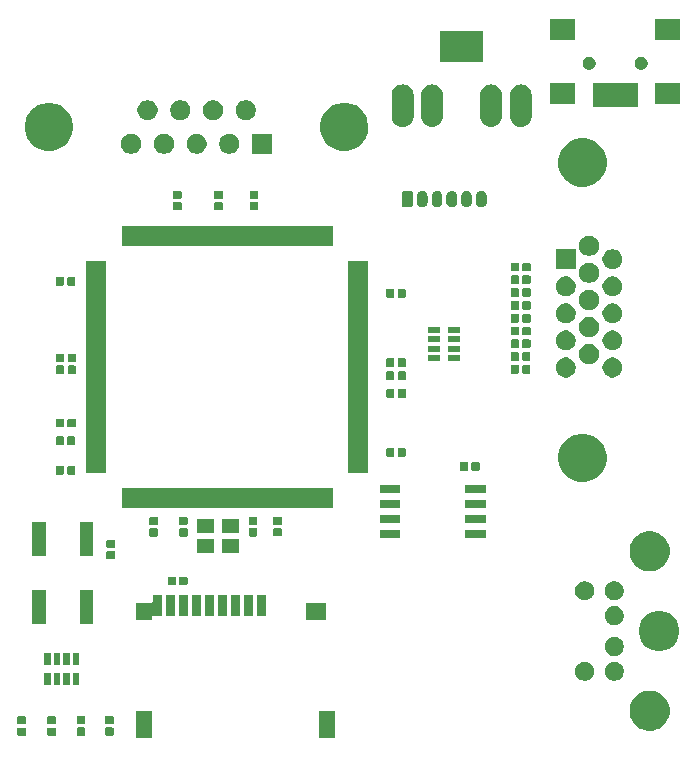
<source format=gbr>
G04 #@! TF.GenerationSoftware,KiCad,Pcbnew,5.0.2-bee76a0~70~ubuntu18.10.1*
G04 #@! TF.CreationDate,2019-03-15T00:59:30+01:00*
G04 #@! TF.ProjectId,Spartan6,53706172-7461-46e3-962e-6b696361645f,rev?*
G04 #@! TF.SameCoordinates,Original*
G04 #@! TF.FileFunction,Soldermask,Top*
G04 #@! TF.FilePolarity,Negative*
%FSLAX46Y46*%
G04 Gerber Fmt 4.6, Leading zero omitted, Abs format (unit mm)*
G04 Created by KiCad (PCBNEW 5.0.2-bee76a0~70~ubuntu18.10.1) date vie 15 mar 2019 00:59:30 CET*
%MOMM*%
%LPD*%
G01*
G04 APERTURE LIST*
%ADD10C,0.100000*%
G04 APERTURE END LIST*
D10*
G36*
X59140000Y-100258000D02*
X57838000Y-100258000D01*
X57838000Y-97956000D01*
X59140000Y-97956000D01*
X59140000Y-100258000D01*
X59140000Y-100258000D01*
G37*
G36*
X43640000Y-100258000D02*
X42338000Y-100258000D01*
X42338000Y-97956000D01*
X43640000Y-97956000D01*
X43640000Y-100258000D01*
X43640000Y-100258000D01*
G37*
G36*
X32920938Y-99354116D02*
X32941556Y-99360370D01*
X32960556Y-99370526D01*
X32977208Y-99384192D01*
X32990874Y-99400844D01*
X33001030Y-99419844D01*
X33007284Y-99440462D01*
X33010000Y-99468040D01*
X33010000Y-99926760D01*
X33007284Y-99954338D01*
X33001030Y-99974956D01*
X32990874Y-99993956D01*
X32977208Y-100010608D01*
X32960556Y-100024274D01*
X32941556Y-100034430D01*
X32920938Y-100040684D01*
X32893360Y-100043400D01*
X32384640Y-100043400D01*
X32357062Y-100040684D01*
X32336444Y-100034430D01*
X32317444Y-100024274D01*
X32300792Y-100010608D01*
X32287126Y-99993956D01*
X32276970Y-99974956D01*
X32270716Y-99954338D01*
X32268000Y-99926760D01*
X32268000Y-99468040D01*
X32270716Y-99440462D01*
X32276970Y-99419844D01*
X32287126Y-99400844D01*
X32300792Y-99384192D01*
X32317444Y-99370526D01*
X32336444Y-99360370D01*
X32357062Y-99354116D01*
X32384640Y-99351400D01*
X32893360Y-99351400D01*
X32920938Y-99354116D01*
X32920938Y-99354116D01*
G37*
G36*
X35465938Y-99349016D02*
X35486556Y-99355270D01*
X35505556Y-99365426D01*
X35522208Y-99379092D01*
X35535874Y-99395744D01*
X35546030Y-99414744D01*
X35552284Y-99435362D01*
X35555000Y-99462940D01*
X35555000Y-99921660D01*
X35552284Y-99949238D01*
X35546030Y-99969856D01*
X35535874Y-99988856D01*
X35522208Y-100005508D01*
X35505556Y-100019174D01*
X35486556Y-100029330D01*
X35465938Y-100035584D01*
X35438360Y-100038300D01*
X34929640Y-100038300D01*
X34902062Y-100035584D01*
X34881444Y-100029330D01*
X34862444Y-100019174D01*
X34845792Y-100005508D01*
X34832126Y-99988856D01*
X34821970Y-99969856D01*
X34815716Y-99949238D01*
X34813000Y-99921660D01*
X34813000Y-99462940D01*
X34815716Y-99435362D01*
X34821970Y-99414744D01*
X34832126Y-99395744D01*
X34845792Y-99379092D01*
X34862444Y-99365426D01*
X34881444Y-99355270D01*
X34902062Y-99349016D01*
X34929640Y-99346300D01*
X35438360Y-99346300D01*
X35465938Y-99349016D01*
X35465938Y-99349016D01*
G37*
G36*
X40363138Y-99338816D02*
X40383756Y-99345070D01*
X40402756Y-99355226D01*
X40419408Y-99368892D01*
X40433074Y-99385544D01*
X40443230Y-99404544D01*
X40449484Y-99425162D01*
X40452200Y-99452740D01*
X40452200Y-99911460D01*
X40449484Y-99939038D01*
X40443230Y-99959656D01*
X40433074Y-99978656D01*
X40419408Y-99995308D01*
X40402756Y-100008974D01*
X40383756Y-100019130D01*
X40363138Y-100025384D01*
X40335560Y-100028100D01*
X39826840Y-100028100D01*
X39799262Y-100025384D01*
X39778644Y-100019130D01*
X39759644Y-100008974D01*
X39742992Y-99995308D01*
X39729326Y-99978656D01*
X39719170Y-99959656D01*
X39712916Y-99939038D01*
X39710200Y-99911460D01*
X39710200Y-99452740D01*
X39712916Y-99425162D01*
X39719170Y-99404544D01*
X39729326Y-99385544D01*
X39742992Y-99368892D01*
X39759644Y-99355226D01*
X39778644Y-99345070D01*
X39799262Y-99338816D01*
X39826840Y-99336100D01*
X40335560Y-99336100D01*
X40363138Y-99338816D01*
X40363138Y-99338816D01*
G37*
G36*
X37945038Y-99338816D02*
X37965656Y-99345070D01*
X37984656Y-99355226D01*
X38001308Y-99368892D01*
X38014974Y-99385544D01*
X38025130Y-99404544D01*
X38031384Y-99425162D01*
X38034100Y-99452740D01*
X38034100Y-99911460D01*
X38031384Y-99939038D01*
X38025130Y-99959656D01*
X38014974Y-99978656D01*
X38001308Y-99995308D01*
X37984656Y-100008974D01*
X37965656Y-100019130D01*
X37945038Y-100025384D01*
X37917460Y-100028100D01*
X37408740Y-100028100D01*
X37381162Y-100025384D01*
X37360544Y-100019130D01*
X37341544Y-100008974D01*
X37324892Y-99995308D01*
X37311226Y-99978656D01*
X37301070Y-99959656D01*
X37294816Y-99939038D01*
X37292100Y-99911460D01*
X37292100Y-99452740D01*
X37294816Y-99425162D01*
X37301070Y-99404544D01*
X37311226Y-99385544D01*
X37324892Y-99368892D01*
X37341544Y-99355226D01*
X37360544Y-99345070D01*
X37381162Y-99338816D01*
X37408740Y-99336100D01*
X37917460Y-99336100D01*
X37945038Y-99338816D01*
X37945038Y-99338816D01*
G37*
G36*
X86309160Y-96280068D02*
X86309162Y-96280069D01*
X86309163Y-96280069D01*
X86423514Y-96327435D01*
X86618726Y-96408294D01*
X86897327Y-96594449D01*
X87134251Y-96831373D01*
X87320406Y-97109974D01*
X87448632Y-97419540D01*
X87514000Y-97748165D01*
X87514000Y-98083235D01*
X87449183Y-98409092D01*
X87448631Y-98411863D01*
X87439236Y-98434544D01*
X87320406Y-98721426D01*
X87134251Y-99000027D01*
X86897327Y-99236951D01*
X86618726Y-99423106D01*
X86467975Y-99485549D01*
X86309163Y-99551331D01*
X86309162Y-99551331D01*
X86309160Y-99551332D01*
X85980535Y-99616700D01*
X85645465Y-99616700D01*
X85316840Y-99551332D01*
X85316838Y-99551331D01*
X85316837Y-99551331D01*
X85158025Y-99485549D01*
X85007274Y-99423106D01*
X84728673Y-99236951D01*
X84491749Y-99000027D01*
X84305594Y-98721426D01*
X84186764Y-98434544D01*
X84177369Y-98411863D01*
X84176818Y-98409092D01*
X84112000Y-98083235D01*
X84112000Y-97748165D01*
X84177368Y-97419540D01*
X84305594Y-97109974D01*
X84491749Y-96831373D01*
X84728673Y-96594449D01*
X85007274Y-96408294D01*
X85202486Y-96327435D01*
X85316837Y-96280069D01*
X85316838Y-96280069D01*
X85316840Y-96280068D01*
X85645465Y-96214700D01*
X85980535Y-96214700D01*
X86309160Y-96280068D01*
X86309160Y-96280068D01*
G37*
G36*
X32920938Y-98384116D02*
X32941556Y-98390370D01*
X32960556Y-98400526D01*
X32977208Y-98414192D01*
X32990874Y-98430844D01*
X33001030Y-98449844D01*
X33007284Y-98470462D01*
X33010000Y-98498040D01*
X33010000Y-98956760D01*
X33007284Y-98984338D01*
X33001030Y-99004956D01*
X32990874Y-99023956D01*
X32977208Y-99040608D01*
X32960556Y-99054274D01*
X32941556Y-99064430D01*
X32920938Y-99070684D01*
X32893360Y-99073400D01*
X32384640Y-99073400D01*
X32357062Y-99070684D01*
X32336444Y-99064430D01*
X32317444Y-99054274D01*
X32300792Y-99040608D01*
X32287126Y-99023956D01*
X32276970Y-99004956D01*
X32270716Y-98984338D01*
X32268000Y-98956760D01*
X32268000Y-98498040D01*
X32270716Y-98470462D01*
X32276970Y-98449844D01*
X32287126Y-98430844D01*
X32300792Y-98414192D01*
X32317444Y-98400526D01*
X32336444Y-98390370D01*
X32357062Y-98384116D01*
X32384640Y-98381400D01*
X32893360Y-98381400D01*
X32920938Y-98384116D01*
X32920938Y-98384116D01*
G37*
G36*
X35465938Y-98379016D02*
X35486556Y-98385270D01*
X35505556Y-98395426D01*
X35522208Y-98409092D01*
X35535874Y-98425744D01*
X35546030Y-98444744D01*
X35552284Y-98465362D01*
X35555000Y-98492940D01*
X35555000Y-98951660D01*
X35552284Y-98979238D01*
X35546030Y-98999856D01*
X35535874Y-99018856D01*
X35522208Y-99035508D01*
X35505556Y-99049174D01*
X35486556Y-99059330D01*
X35465938Y-99065584D01*
X35438360Y-99068300D01*
X34929640Y-99068300D01*
X34902062Y-99065584D01*
X34881444Y-99059330D01*
X34862444Y-99049174D01*
X34845792Y-99035508D01*
X34832126Y-99018856D01*
X34821970Y-98999856D01*
X34815716Y-98979238D01*
X34813000Y-98951660D01*
X34813000Y-98492940D01*
X34815716Y-98465362D01*
X34821970Y-98444744D01*
X34832126Y-98425744D01*
X34845792Y-98409092D01*
X34862444Y-98395426D01*
X34881444Y-98385270D01*
X34902062Y-98379016D01*
X34929640Y-98376300D01*
X35438360Y-98376300D01*
X35465938Y-98379016D01*
X35465938Y-98379016D01*
G37*
G36*
X40363138Y-98368816D02*
X40383756Y-98375070D01*
X40402756Y-98385226D01*
X40419408Y-98398892D01*
X40433074Y-98415544D01*
X40443230Y-98434544D01*
X40449484Y-98455162D01*
X40452200Y-98482740D01*
X40452200Y-98941460D01*
X40449484Y-98969038D01*
X40443230Y-98989656D01*
X40433074Y-99008656D01*
X40419408Y-99025308D01*
X40402756Y-99038974D01*
X40383756Y-99049130D01*
X40363138Y-99055384D01*
X40335560Y-99058100D01*
X39826840Y-99058100D01*
X39799262Y-99055384D01*
X39778644Y-99049130D01*
X39759644Y-99038974D01*
X39742992Y-99025308D01*
X39729326Y-99008656D01*
X39719170Y-98989656D01*
X39712916Y-98969038D01*
X39710200Y-98941460D01*
X39710200Y-98482740D01*
X39712916Y-98455162D01*
X39719170Y-98434544D01*
X39729326Y-98415544D01*
X39742992Y-98398892D01*
X39759644Y-98385226D01*
X39778644Y-98375070D01*
X39799262Y-98368816D01*
X39826840Y-98366100D01*
X40335560Y-98366100D01*
X40363138Y-98368816D01*
X40363138Y-98368816D01*
G37*
G36*
X37945038Y-98368816D02*
X37965656Y-98375070D01*
X37984656Y-98385226D01*
X38001308Y-98398892D01*
X38014974Y-98415544D01*
X38025130Y-98434544D01*
X38031384Y-98455162D01*
X38034100Y-98482740D01*
X38034100Y-98941460D01*
X38031384Y-98969038D01*
X38025130Y-98989656D01*
X38014974Y-99008656D01*
X38001308Y-99025308D01*
X37984656Y-99038974D01*
X37965656Y-99049130D01*
X37945038Y-99055384D01*
X37917460Y-99058100D01*
X37408740Y-99058100D01*
X37381162Y-99055384D01*
X37360544Y-99049130D01*
X37341544Y-99038974D01*
X37324892Y-99025308D01*
X37311226Y-99008656D01*
X37301070Y-98989656D01*
X37294816Y-98969038D01*
X37292100Y-98941460D01*
X37292100Y-98482740D01*
X37294816Y-98455162D01*
X37301070Y-98434544D01*
X37311226Y-98415544D01*
X37324892Y-98398892D01*
X37341544Y-98385226D01*
X37360544Y-98375070D01*
X37381162Y-98368816D01*
X37408740Y-98366100D01*
X37917460Y-98366100D01*
X37945038Y-98368816D01*
X37945038Y-98368816D01*
G37*
G36*
X35101000Y-95717000D02*
X34574000Y-95717000D01*
X34574000Y-94715000D01*
X35101000Y-94715000D01*
X35101000Y-95717000D01*
X35101000Y-95717000D01*
G37*
G36*
X37501000Y-95717000D02*
X36974000Y-95717000D01*
X36974000Y-94715000D01*
X37501000Y-94715000D01*
X37501000Y-95717000D01*
X37501000Y-95717000D01*
G37*
G36*
X36701000Y-95717000D02*
X36174000Y-95717000D01*
X36174000Y-94715000D01*
X36701000Y-94715000D01*
X36701000Y-95717000D01*
X36701000Y-95717000D01*
G37*
G36*
X35901000Y-95717000D02*
X35374000Y-95717000D01*
X35374000Y-94715000D01*
X35901000Y-94715000D01*
X35901000Y-95717000D01*
X35901000Y-95717000D01*
G37*
G36*
X83050142Y-93783942D02*
X83198102Y-93845230D01*
X83331258Y-93934202D01*
X83444498Y-94047442D01*
X83533470Y-94180598D01*
X83594758Y-94328558D01*
X83626000Y-94485625D01*
X83626000Y-94645775D01*
X83594758Y-94802842D01*
X83533470Y-94950802D01*
X83444498Y-95083958D01*
X83331258Y-95197198D01*
X83198102Y-95286170D01*
X83050142Y-95347458D01*
X82893075Y-95378700D01*
X82732925Y-95378700D01*
X82575858Y-95347458D01*
X82427898Y-95286170D01*
X82294742Y-95197198D01*
X82181502Y-95083958D01*
X82092530Y-94950802D01*
X82031242Y-94802842D01*
X82000000Y-94645775D01*
X82000000Y-94485625D01*
X82031242Y-94328558D01*
X82092530Y-94180598D01*
X82181502Y-94047442D01*
X82294742Y-93934202D01*
X82427898Y-93845230D01*
X82575858Y-93783942D01*
X82732925Y-93752700D01*
X82893075Y-93752700D01*
X83050142Y-93783942D01*
X83050142Y-93783942D01*
G37*
G36*
X80550142Y-93783942D02*
X80698102Y-93845230D01*
X80831258Y-93934202D01*
X80944498Y-94047442D01*
X81033470Y-94180598D01*
X81094758Y-94328558D01*
X81126000Y-94485625D01*
X81126000Y-94645775D01*
X81094758Y-94802842D01*
X81033470Y-94950802D01*
X80944498Y-95083958D01*
X80831258Y-95197198D01*
X80698102Y-95286170D01*
X80550142Y-95347458D01*
X80393075Y-95378700D01*
X80232925Y-95378700D01*
X80075858Y-95347458D01*
X79927898Y-95286170D01*
X79794742Y-95197198D01*
X79681502Y-95083958D01*
X79592530Y-94950802D01*
X79531242Y-94802842D01*
X79500000Y-94645775D01*
X79500000Y-94485625D01*
X79531242Y-94328558D01*
X79592530Y-94180598D01*
X79681502Y-94047442D01*
X79794742Y-93934202D01*
X79927898Y-93845230D01*
X80075858Y-93783942D01*
X80232925Y-93752700D01*
X80393075Y-93752700D01*
X80550142Y-93783942D01*
X80550142Y-93783942D01*
G37*
G36*
X37501000Y-94017000D02*
X36974000Y-94017000D01*
X36974000Y-93015000D01*
X37501000Y-93015000D01*
X37501000Y-94017000D01*
X37501000Y-94017000D01*
G37*
G36*
X36701000Y-94017000D02*
X36174000Y-94017000D01*
X36174000Y-93015000D01*
X36701000Y-93015000D01*
X36701000Y-94017000D01*
X36701000Y-94017000D01*
G37*
G36*
X35101000Y-94017000D02*
X34574000Y-94017000D01*
X34574000Y-93015000D01*
X35101000Y-93015000D01*
X35101000Y-94017000D01*
X35101000Y-94017000D01*
G37*
G36*
X35901000Y-94017000D02*
X35374000Y-94017000D01*
X35374000Y-93015000D01*
X35901000Y-93015000D01*
X35901000Y-94017000D01*
X35901000Y-94017000D01*
G37*
G36*
X83050142Y-91683942D02*
X83198102Y-91745230D01*
X83331258Y-91834202D01*
X83444498Y-91947442D01*
X83533470Y-92080598D01*
X83594758Y-92228558D01*
X83626000Y-92385625D01*
X83626000Y-92545775D01*
X83594758Y-92702842D01*
X83533470Y-92850802D01*
X83444498Y-92983958D01*
X83331258Y-93097198D01*
X83198102Y-93186170D01*
X83050142Y-93247458D01*
X82893075Y-93278700D01*
X82732925Y-93278700D01*
X82575858Y-93247458D01*
X82427898Y-93186170D01*
X82294742Y-93097198D01*
X82181502Y-92983958D01*
X82092530Y-92850802D01*
X82031242Y-92702842D01*
X82000000Y-92545775D01*
X82000000Y-92385625D01*
X82031242Y-92228558D01*
X82092530Y-92080598D01*
X82181502Y-91947442D01*
X82294742Y-91834202D01*
X82427898Y-91745230D01*
X82575858Y-91683942D01*
X82732925Y-91652700D01*
X82893075Y-91652700D01*
X83050142Y-91683942D01*
X83050142Y-91683942D01*
G37*
G36*
X87109160Y-89530068D02*
X87109162Y-89530069D01*
X87109163Y-89530069D01*
X87223514Y-89577435D01*
X87418726Y-89658294D01*
X87697327Y-89844449D01*
X87934251Y-90081373D01*
X88120406Y-90359974D01*
X88120406Y-90359975D01*
X88248631Y-90669537D01*
X88314000Y-90998166D01*
X88314000Y-91333234D01*
X88248631Y-91661863D01*
X88239485Y-91683943D01*
X88120406Y-91971426D01*
X87934251Y-92250027D01*
X87697327Y-92486951D01*
X87418726Y-92673106D01*
X87346934Y-92702843D01*
X87109163Y-92801331D01*
X87109162Y-92801331D01*
X87109160Y-92801332D01*
X86780535Y-92866700D01*
X86445465Y-92866700D01*
X86116840Y-92801332D01*
X86116838Y-92801331D01*
X86116837Y-92801331D01*
X85879066Y-92702843D01*
X85807274Y-92673106D01*
X85528673Y-92486951D01*
X85291749Y-92250027D01*
X85105594Y-91971426D01*
X84986515Y-91683943D01*
X84977369Y-91661863D01*
X84912000Y-91333234D01*
X84912000Y-90998166D01*
X84977369Y-90669537D01*
X85105594Y-90359975D01*
X85105594Y-90359974D01*
X85291749Y-90081373D01*
X85528673Y-89844449D01*
X85807274Y-89658294D01*
X86002486Y-89577435D01*
X86116837Y-89530069D01*
X86116838Y-89530069D01*
X86116840Y-89530068D01*
X86445465Y-89464700D01*
X86780535Y-89464700D01*
X87109160Y-89530068D01*
X87109160Y-89530068D01*
G37*
G36*
X83050142Y-89083942D02*
X83198102Y-89145230D01*
X83331258Y-89234202D01*
X83444498Y-89347442D01*
X83533470Y-89480598D01*
X83594758Y-89628558D01*
X83626000Y-89785625D01*
X83626000Y-89945775D01*
X83594758Y-90102842D01*
X83533470Y-90250802D01*
X83444498Y-90383958D01*
X83331258Y-90497198D01*
X83198102Y-90586170D01*
X83050142Y-90647458D01*
X82893075Y-90678700D01*
X82732925Y-90678700D01*
X82575858Y-90647458D01*
X82427898Y-90586170D01*
X82294742Y-90497198D01*
X82181502Y-90383958D01*
X82092530Y-90250802D01*
X82031242Y-90102842D01*
X82000000Y-89945775D01*
X82000000Y-89785625D01*
X82031242Y-89628558D01*
X82092530Y-89480598D01*
X82181502Y-89347442D01*
X82294742Y-89234202D01*
X82427898Y-89145230D01*
X82575858Y-89083942D01*
X82732925Y-89052700D01*
X82893075Y-89052700D01*
X83050142Y-89083942D01*
X83050142Y-89083942D01*
G37*
G36*
X34664700Y-90559300D02*
X33562700Y-90559300D01*
X33562700Y-87707300D01*
X34664700Y-87707300D01*
X34664700Y-90559300D01*
X34664700Y-90559300D01*
G37*
G36*
X38664700Y-90559300D02*
X37562700Y-90559300D01*
X37562700Y-87707300D01*
X38664700Y-87707300D01*
X38664700Y-90559300D01*
X38664700Y-90559300D01*
G37*
G36*
X58440000Y-90258000D02*
X56738000Y-90258000D01*
X56738000Y-88756000D01*
X58440000Y-88756000D01*
X58440000Y-90258000D01*
X58440000Y-90258000D01*
G37*
G36*
X44540000Y-89858000D02*
X43765000Y-89858000D01*
X43740614Y-89860402D01*
X43717165Y-89867515D01*
X43695554Y-89879066D01*
X43676612Y-89894612D01*
X43661066Y-89913554D01*
X43649515Y-89935165D01*
X43642402Y-89958614D01*
X43640000Y-89983000D01*
X43640000Y-90258000D01*
X42338000Y-90258000D01*
X42338000Y-88756000D01*
X43613000Y-88756000D01*
X43637386Y-88753598D01*
X43660835Y-88746485D01*
X43682446Y-88734934D01*
X43701388Y-88719388D01*
X43716934Y-88700446D01*
X43728485Y-88678835D01*
X43735598Y-88655386D01*
X43738000Y-88631000D01*
X43738000Y-88156000D01*
X44540000Y-88156000D01*
X44540000Y-89858000D01*
X44540000Y-89858000D01*
G37*
G36*
X51140000Y-89858000D02*
X50338000Y-89858000D01*
X50338000Y-88156000D01*
X51140000Y-88156000D01*
X51140000Y-89858000D01*
X51140000Y-89858000D01*
G37*
G36*
X52240000Y-89858000D02*
X51438000Y-89858000D01*
X51438000Y-88156000D01*
X52240000Y-88156000D01*
X52240000Y-89858000D01*
X52240000Y-89858000D01*
G37*
G36*
X53340000Y-89858000D02*
X52538000Y-89858000D01*
X52538000Y-88156000D01*
X53340000Y-88156000D01*
X53340000Y-89858000D01*
X53340000Y-89858000D01*
G37*
G36*
X50040000Y-89858000D02*
X49238000Y-89858000D01*
X49238000Y-88156000D01*
X50040000Y-88156000D01*
X50040000Y-89858000D01*
X50040000Y-89858000D01*
G37*
G36*
X48940000Y-89858000D02*
X48138000Y-89858000D01*
X48138000Y-88156000D01*
X48940000Y-88156000D01*
X48940000Y-89858000D01*
X48940000Y-89858000D01*
G37*
G36*
X46740000Y-89858000D02*
X45938000Y-89858000D01*
X45938000Y-88156000D01*
X46740000Y-88156000D01*
X46740000Y-89858000D01*
X46740000Y-89858000D01*
G37*
G36*
X45640000Y-89858000D02*
X44838000Y-89858000D01*
X44838000Y-88156000D01*
X45640000Y-88156000D01*
X45640000Y-89858000D01*
X45640000Y-89858000D01*
G37*
G36*
X47840000Y-89858000D02*
X47038000Y-89858000D01*
X47038000Y-88156000D01*
X47840000Y-88156000D01*
X47840000Y-89858000D01*
X47840000Y-89858000D01*
G37*
G36*
X83050142Y-86983942D02*
X83198102Y-87045230D01*
X83265130Y-87090017D01*
X83331257Y-87134201D01*
X83444499Y-87247443D01*
X83480371Y-87301130D01*
X83533470Y-87380598D01*
X83594758Y-87528558D01*
X83626000Y-87685625D01*
X83626000Y-87845775D01*
X83594758Y-88002842D01*
X83533470Y-88150802D01*
X83444498Y-88283958D01*
X83331258Y-88397198D01*
X83198102Y-88486170D01*
X83050142Y-88547458D01*
X82893075Y-88578700D01*
X82732925Y-88578700D01*
X82575858Y-88547458D01*
X82427898Y-88486170D01*
X82294742Y-88397198D01*
X82181502Y-88283958D01*
X82092530Y-88150802D01*
X82031242Y-88002842D01*
X82000000Y-87845775D01*
X82000000Y-87685625D01*
X82031242Y-87528558D01*
X82092530Y-87380598D01*
X82145629Y-87301130D01*
X82181501Y-87247443D01*
X82294743Y-87134201D01*
X82360870Y-87090017D01*
X82427898Y-87045230D01*
X82575858Y-86983942D01*
X82732925Y-86952700D01*
X82893075Y-86952700D01*
X83050142Y-86983942D01*
X83050142Y-86983942D01*
G37*
G36*
X80550142Y-86983942D02*
X80698102Y-87045230D01*
X80765130Y-87090017D01*
X80831257Y-87134201D01*
X80944499Y-87247443D01*
X80980371Y-87301130D01*
X81033470Y-87380598D01*
X81094758Y-87528558D01*
X81126000Y-87685625D01*
X81126000Y-87845775D01*
X81094758Y-88002842D01*
X81033470Y-88150802D01*
X80944498Y-88283958D01*
X80831258Y-88397198D01*
X80698102Y-88486170D01*
X80550142Y-88547458D01*
X80393075Y-88578700D01*
X80232925Y-88578700D01*
X80075858Y-88547458D01*
X79927898Y-88486170D01*
X79794742Y-88397198D01*
X79681502Y-88283958D01*
X79592530Y-88150802D01*
X79531242Y-88002842D01*
X79500000Y-87845775D01*
X79500000Y-87685625D01*
X79531242Y-87528558D01*
X79592530Y-87380598D01*
X79645629Y-87301130D01*
X79681501Y-87247443D01*
X79794743Y-87134201D01*
X79860870Y-87090017D01*
X79927898Y-87045230D01*
X80075858Y-86983942D01*
X80232925Y-86952700D01*
X80393075Y-86952700D01*
X80550142Y-86983942D01*
X80550142Y-86983942D01*
G37*
G36*
X45629138Y-86570816D02*
X45649756Y-86577070D01*
X45668756Y-86587226D01*
X45685408Y-86600892D01*
X45699074Y-86617544D01*
X45709230Y-86636544D01*
X45715484Y-86657162D01*
X45718200Y-86684740D01*
X45718200Y-87193460D01*
X45715484Y-87221038D01*
X45709230Y-87241656D01*
X45699074Y-87260656D01*
X45685408Y-87277308D01*
X45668756Y-87290974D01*
X45649756Y-87301130D01*
X45629138Y-87307384D01*
X45601560Y-87310100D01*
X45142840Y-87310100D01*
X45115262Y-87307384D01*
X45094644Y-87301130D01*
X45075644Y-87290974D01*
X45058992Y-87277308D01*
X45045326Y-87260656D01*
X45035170Y-87241656D01*
X45028916Y-87221038D01*
X45026200Y-87193460D01*
X45026200Y-86684740D01*
X45028916Y-86657162D01*
X45035170Y-86636544D01*
X45045326Y-86617544D01*
X45058992Y-86600892D01*
X45075644Y-86587226D01*
X45094644Y-86577070D01*
X45115262Y-86570816D01*
X45142840Y-86568100D01*
X45601560Y-86568100D01*
X45629138Y-86570816D01*
X45629138Y-86570816D01*
G37*
G36*
X46599138Y-86570816D02*
X46619756Y-86577070D01*
X46638756Y-86587226D01*
X46655408Y-86600892D01*
X46669074Y-86617544D01*
X46679230Y-86636544D01*
X46685484Y-86657162D01*
X46688200Y-86684740D01*
X46688200Y-87193460D01*
X46685484Y-87221038D01*
X46679230Y-87241656D01*
X46669074Y-87260656D01*
X46655408Y-87277308D01*
X46638756Y-87290974D01*
X46619756Y-87301130D01*
X46599138Y-87307384D01*
X46571560Y-87310100D01*
X46112840Y-87310100D01*
X46085262Y-87307384D01*
X46064644Y-87301130D01*
X46045644Y-87290974D01*
X46028992Y-87277308D01*
X46015326Y-87260656D01*
X46005170Y-87241656D01*
X45998916Y-87221038D01*
X45996200Y-87193460D01*
X45996200Y-86684740D01*
X45998916Y-86657162D01*
X46005170Y-86636544D01*
X46015326Y-86617544D01*
X46028992Y-86600892D01*
X46045644Y-86587226D01*
X46064644Y-86577070D01*
X46085262Y-86570816D01*
X46112840Y-86568100D01*
X46571560Y-86568100D01*
X46599138Y-86570816D01*
X46599138Y-86570816D01*
G37*
G36*
X86309160Y-82780068D02*
X86309162Y-82780069D01*
X86309163Y-82780069D01*
X86423514Y-82827435D01*
X86618726Y-82908294D01*
X86897327Y-83094449D01*
X87134251Y-83331373D01*
X87320406Y-83609974D01*
X87448632Y-83919540D01*
X87514000Y-84248165D01*
X87514000Y-84583235D01*
X87448632Y-84911860D01*
X87320406Y-85221426D01*
X87134251Y-85500027D01*
X86897327Y-85736951D01*
X86618726Y-85923106D01*
X86423514Y-86003965D01*
X86309163Y-86051331D01*
X86309162Y-86051331D01*
X86309160Y-86051332D01*
X85980535Y-86116700D01*
X85645465Y-86116700D01*
X85316840Y-86051332D01*
X85316838Y-86051331D01*
X85316837Y-86051331D01*
X85202486Y-86003965D01*
X85007274Y-85923106D01*
X84728673Y-85736951D01*
X84491749Y-85500027D01*
X84305594Y-85221426D01*
X84177368Y-84911860D01*
X84112000Y-84583235D01*
X84112000Y-84248165D01*
X84177368Y-83919540D01*
X84305594Y-83609974D01*
X84491749Y-83331373D01*
X84728673Y-83094449D01*
X85007274Y-82908294D01*
X85202486Y-82827435D01*
X85316837Y-82780069D01*
X85316838Y-82780069D01*
X85316840Y-82780068D01*
X85645465Y-82714700D01*
X85980535Y-82714700D01*
X86309160Y-82780068D01*
X86309160Y-82780068D01*
G37*
G36*
X40477438Y-84411296D02*
X40498056Y-84417550D01*
X40517056Y-84427706D01*
X40533708Y-84441372D01*
X40547374Y-84458024D01*
X40557530Y-84477024D01*
X40563784Y-84497642D01*
X40566500Y-84525220D01*
X40566500Y-84983940D01*
X40563784Y-85011518D01*
X40557530Y-85032136D01*
X40547374Y-85051136D01*
X40533708Y-85067788D01*
X40517056Y-85081454D01*
X40498056Y-85091610D01*
X40477438Y-85097864D01*
X40449860Y-85100580D01*
X39941140Y-85100580D01*
X39913562Y-85097864D01*
X39892944Y-85091610D01*
X39873944Y-85081454D01*
X39857292Y-85067788D01*
X39843626Y-85051136D01*
X39833470Y-85032136D01*
X39827216Y-85011518D01*
X39824500Y-84983940D01*
X39824500Y-84525220D01*
X39827216Y-84497642D01*
X39833470Y-84477024D01*
X39843626Y-84458024D01*
X39857292Y-84441372D01*
X39873944Y-84427706D01*
X39892944Y-84417550D01*
X39913562Y-84411296D01*
X39941140Y-84408580D01*
X40449860Y-84408580D01*
X40477438Y-84411296D01*
X40477438Y-84411296D01*
G37*
G36*
X34664700Y-84799300D02*
X33562700Y-84799300D01*
X33562700Y-81947300D01*
X34664700Y-81947300D01*
X34664700Y-84799300D01*
X34664700Y-84799300D01*
G37*
G36*
X38664700Y-84799300D02*
X37562700Y-84799300D01*
X37562700Y-81947300D01*
X38664700Y-81947300D01*
X38664700Y-84799300D01*
X38664700Y-84799300D01*
G37*
G36*
X48906700Y-84539900D02*
X47504700Y-84539900D01*
X47504700Y-83337900D01*
X48906700Y-83337900D01*
X48906700Y-84539900D01*
X48906700Y-84539900D01*
G37*
G36*
X51006700Y-84539900D02*
X49604700Y-84539900D01*
X49604700Y-83337900D01*
X51006700Y-83337900D01*
X51006700Y-84539900D01*
X51006700Y-84539900D01*
G37*
G36*
X40477438Y-83441296D02*
X40498056Y-83447550D01*
X40517056Y-83457706D01*
X40533708Y-83471372D01*
X40547374Y-83488024D01*
X40557530Y-83507024D01*
X40563784Y-83527642D01*
X40566500Y-83555220D01*
X40566500Y-84013940D01*
X40563784Y-84041518D01*
X40557530Y-84062136D01*
X40547374Y-84081136D01*
X40533708Y-84097788D01*
X40517056Y-84111454D01*
X40498056Y-84121610D01*
X40477438Y-84127864D01*
X40449860Y-84130580D01*
X39941140Y-84130580D01*
X39913562Y-84127864D01*
X39892944Y-84121610D01*
X39873944Y-84111454D01*
X39857292Y-84097788D01*
X39843626Y-84081136D01*
X39833470Y-84062136D01*
X39827216Y-84041518D01*
X39824500Y-84013940D01*
X39824500Y-83555220D01*
X39827216Y-83527642D01*
X39833470Y-83507024D01*
X39843626Y-83488024D01*
X39857292Y-83471372D01*
X39873944Y-83457706D01*
X39892944Y-83447550D01*
X39913562Y-83441296D01*
X39941140Y-83438580D01*
X40449860Y-83438580D01*
X40477438Y-83441296D01*
X40477438Y-83441296D01*
G37*
G36*
X71923400Y-83302500D02*
X70211400Y-83302500D01*
X70211400Y-82620500D01*
X71923400Y-82620500D01*
X71923400Y-83302500D01*
X71923400Y-83302500D01*
G37*
G36*
X64713400Y-83302500D02*
X63001400Y-83302500D01*
X63001400Y-82620500D01*
X64713400Y-82620500D01*
X64713400Y-83302500D01*
X64713400Y-83302500D01*
G37*
G36*
X44096938Y-82483416D02*
X44117556Y-82489670D01*
X44136556Y-82499826D01*
X44153208Y-82513492D01*
X44166874Y-82530144D01*
X44177030Y-82549144D01*
X44183284Y-82569762D01*
X44186000Y-82597340D01*
X44186000Y-83056060D01*
X44183284Y-83083638D01*
X44177030Y-83104256D01*
X44166874Y-83123256D01*
X44153208Y-83139908D01*
X44136556Y-83153574D01*
X44117556Y-83163730D01*
X44096938Y-83169984D01*
X44069360Y-83172700D01*
X43560640Y-83172700D01*
X43533062Y-83169984D01*
X43512444Y-83163730D01*
X43493444Y-83153574D01*
X43476792Y-83139908D01*
X43463126Y-83123256D01*
X43452970Y-83104256D01*
X43446716Y-83083638D01*
X43444000Y-83056060D01*
X43444000Y-82597340D01*
X43446716Y-82569762D01*
X43452970Y-82549144D01*
X43463126Y-82530144D01*
X43476792Y-82513492D01*
X43493444Y-82499826D01*
X43512444Y-82489670D01*
X43533062Y-82483416D01*
X43560640Y-82480700D01*
X44069360Y-82480700D01*
X44096938Y-82483416D01*
X44096938Y-82483416D01*
G37*
G36*
X46616638Y-82478316D02*
X46637256Y-82484570D01*
X46656256Y-82494726D01*
X46672908Y-82508392D01*
X46686574Y-82525044D01*
X46696730Y-82544044D01*
X46702984Y-82564662D01*
X46705700Y-82592240D01*
X46705700Y-83050960D01*
X46702984Y-83078538D01*
X46696730Y-83099156D01*
X46686574Y-83118156D01*
X46672908Y-83134808D01*
X46656256Y-83148474D01*
X46637256Y-83158630D01*
X46616638Y-83164884D01*
X46589060Y-83167600D01*
X46080340Y-83167600D01*
X46052762Y-83164884D01*
X46032144Y-83158630D01*
X46013144Y-83148474D01*
X45996492Y-83134808D01*
X45982826Y-83118156D01*
X45972670Y-83099156D01*
X45966416Y-83078538D01*
X45963700Y-83050960D01*
X45963700Y-82592240D01*
X45966416Y-82564662D01*
X45972670Y-82544044D01*
X45982826Y-82525044D01*
X45996492Y-82508392D01*
X46013144Y-82494726D01*
X46032144Y-82484570D01*
X46052762Y-82478316D01*
X46080340Y-82475600D01*
X46589060Y-82475600D01*
X46616638Y-82478316D01*
X46616638Y-82478316D01*
G37*
G36*
X52514538Y-82478316D02*
X52535156Y-82484570D01*
X52554156Y-82494726D01*
X52570808Y-82508392D01*
X52584474Y-82525044D01*
X52594630Y-82544044D01*
X52600884Y-82564662D01*
X52603600Y-82592240D01*
X52603600Y-83050960D01*
X52600884Y-83078538D01*
X52594630Y-83099156D01*
X52584474Y-83118156D01*
X52570808Y-83134808D01*
X52554156Y-83148474D01*
X52535156Y-83158630D01*
X52514538Y-83164884D01*
X52486960Y-83167600D01*
X51978240Y-83167600D01*
X51950662Y-83164884D01*
X51930044Y-83158630D01*
X51911044Y-83148474D01*
X51894392Y-83134808D01*
X51880726Y-83118156D01*
X51870570Y-83099156D01*
X51864316Y-83078538D01*
X51861600Y-83050960D01*
X51861600Y-82592240D01*
X51864316Y-82564662D01*
X51870570Y-82544044D01*
X51880726Y-82525044D01*
X51894392Y-82508392D01*
X51911044Y-82494726D01*
X51930044Y-82484570D01*
X51950662Y-82478316D01*
X51978240Y-82475600D01*
X52486960Y-82475600D01*
X52514538Y-82478316D01*
X52514538Y-82478316D01*
G37*
G36*
X54597338Y-82473316D02*
X54617956Y-82479570D01*
X54636956Y-82489726D01*
X54653608Y-82503392D01*
X54667274Y-82520044D01*
X54677430Y-82539044D01*
X54683684Y-82559662D01*
X54686400Y-82587240D01*
X54686400Y-83045960D01*
X54683684Y-83073538D01*
X54677430Y-83094156D01*
X54667274Y-83113156D01*
X54653608Y-83129808D01*
X54636956Y-83143474D01*
X54617956Y-83153630D01*
X54597338Y-83159884D01*
X54569760Y-83162600D01*
X54061040Y-83162600D01*
X54033462Y-83159884D01*
X54012844Y-83153630D01*
X53993844Y-83143474D01*
X53977192Y-83129808D01*
X53963526Y-83113156D01*
X53953370Y-83094156D01*
X53947116Y-83073538D01*
X53944400Y-83045960D01*
X53944400Y-82587240D01*
X53947116Y-82559662D01*
X53953370Y-82539044D01*
X53963526Y-82520044D01*
X53977192Y-82503392D01*
X53993844Y-82489726D01*
X54012844Y-82479570D01*
X54033462Y-82473316D01*
X54061040Y-82470600D01*
X54569760Y-82470600D01*
X54597338Y-82473316D01*
X54597338Y-82473316D01*
G37*
G36*
X51006700Y-82889900D02*
X49604700Y-82889900D01*
X49604700Y-81687900D01*
X51006700Y-81687900D01*
X51006700Y-82889900D01*
X51006700Y-82889900D01*
G37*
G36*
X48906700Y-82889900D02*
X47504700Y-82889900D01*
X47504700Y-81687900D01*
X48906700Y-81687900D01*
X48906700Y-82889900D01*
X48906700Y-82889900D01*
G37*
G36*
X44096938Y-81513416D02*
X44117556Y-81519670D01*
X44136556Y-81529826D01*
X44153208Y-81543492D01*
X44166874Y-81560144D01*
X44177030Y-81579144D01*
X44183284Y-81599762D01*
X44186000Y-81627340D01*
X44186000Y-82086060D01*
X44183284Y-82113638D01*
X44177030Y-82134256D01*
X44166874Y-82153256D01*
X44153208Y-82169908D01*
X44136556Y-82183574D01*
X44117556Y-82193730D01*
X44096938Y-82199984D01*
X44069360Y-82202700D01*
X43560640Y-82202700D01*
X43533062Y-82199984D01*
X43512444Y-82193730D01*
X43493444Y-82183574D01*
X43476792Y-82169908D01*
X43463126Y-82153256D01*
X43452970Y-82134256D01*
X43446716Y-82113638D01*
X43444000Y-82086060D01*
X43444000Y-81627340D01*
X43446716Y-81599762D01*
X43452970Y-81579144D01*
X43463126Y-81560144D01*
X43476792Y-81543492D01*
X43493444Y-81529826D01*
X43512444Y-81519670D01*
X43533062Y-81513416D01*
X43560640Y-81510700D01*
X44069360Y-81510700D01*
X44096938Y-81513416D01*
X44096938Y-81513416D01*
G37*
G36*
X52514538Y-81508316D02*
X52535156Y-81514570D01*
X52554156Y-81524726D01*
X52570808Y-81538392D01*
X52584474Y-81555044D01*
X52594630Y-81574044D01*
X52600884Y-81594662D01*
X52603600Y-81622240D01*
X52603600Y-82080960D01*
X52600884Y-82108538D01*
X52594630Y-82129156D01*
X52584474Y-82148156D01*
X52570808Y-82164808D01*
X52554156Y-82178474D01*
X52535156Y-82188630D01*
X52514538Y-82194884D01*
X52486960Y-82197600D01*
X51978240Y-82197600D01*
X51950662Y-82194884D01*
X51930044Y-82188630D01*
X51911044Y-82178474D01*
X51894392Y-82164808D01*
X51880726Y-82148156D01*
X51870570Y-82129156D01*
X51864316Y-82108538D01*
X51861600Y-82080960D01*
X51861600Y-81622240D01*
X51864316Y-81594662D01*
X51870570Y-81574044D01*
X51880726Y-81555044D01*
X51894392Y-81538392D01*
X51911044Y-81524726D01*
X51930044Y-81514570D01*
X51950662Y-81508316D01*
X51978240Y-81505600D01*
X52486960Y-81505600D01*
X52514538Y-81508316D01*
X52514538Y-81508316D01*
G37*
G36*
X46616638Y-81508316D02*
X46637256Y-81514570D01*
X46656256Y-81524726D01*
X46672908Y-81538392D01*
X46686574Y-81555044D01*
X46696730Y-81574044D01*
X46702984Y-81594662D01*
X46705700Y-81622240D01*
X46705700Y-82080960D01*
X46702984Y-82108538D01*
X46696730Y-82129156D01*
X46686574Y-82148156D01*
X46672908Y-82164808D01*
X46656256Y-82178474D01*
X46637256Y-82188630D01*
X46616638Y-82194884D01*
X46589060Y-82197600D01*
X46080340Y-82197600D01*
X46052762Y-82194884D01*
X46032144Y-82188630D01*
X46013144Y-82178474D01*
X45996492Y-82164808D01*
X45982826Y-82148156D01*
X45972670Y-82129156D01*
X45966416Y-82108538D01*
X45963700Y-82080960D01*
X45963700Y-81622240D01*
X45966416Y-81594662D01*
X45972670Y-81574044D01*
X45982826Y-81555044D01*
X45996492Y-81538392D01*
X46013144Y-81524726D01*
X46032144Y-81514570D01*
X46052762Y-81508316D01*
X46080340Y-81505600D01*
X46589060Y-81505600D01*
X46616638Y-81508316D01*
X46616638Y-81508316D01*
G37*
G36*
X54597338Y-81503316D02*
X54617956Y-81509570D01*
X54636956Y-81519726D01*
X54653608Y-81533392D01*
X54667274Y-81550044D01*
X54677430Y-81569044D01*
X54683684Y-81589662D01*
X54686400Y-81617240D01*
X54686400Y-82075960D01*
X54683684Y-82103538D01*
X54677430Y-82124156D01*
X54667274Y-82143156D01*
X54653608Y-82159808D01*
X54636956Y-82173474D01*
X54617956Y-82183630D01*
X54597338Y-82189884D01*
X54569760Y-82192600D01*
X54061040Y-82192600D01*
X54033462Y-82189884D01*
X54012844Y-82183630D01*
X53993844Y-82173474D01*
X53977192Y-82159808D01*
X53963526Y-82143156D01*
X53953370Y-82124156D01*
X53947116Y-82103538D01*
X53944400Y-82075960D01*
X53944400Y-81617240D01*
X53947116Y-81589662D01*
X53953370Y-81569044D01*
X53963526Y-81550044D01*
X53977192Y-81533392D01*
X53993844Y-81519726D01*
X54012844Y-81509570D01*
X54033462Y-81503316D01*
X54061040Y-81500600D01*
X54569760Y-81500600D01*
X54597338Y-81503316D01*
X54597338Y-81503316D01*
G37*
G36*
X64713400Y-82032500D02*
X63001400Y-82032500D01*
X63001400Y-81350500D01*
X64713400Y-81350500D01*
X64713400Y-82032500D01*
X64713400Y-82032500D01*
G37*
G36*
X71923400Y-82032500D02*
X70211400Y-82032500D01*
X70211400Y-81350500D01*
X71923400Y-81350500D01*
X71923400Y-82032500D01*
X71923400Y-82032500D01*
G37*
G36*
X71923400Y-80762500D02*
X70211400Y-80762500D01*
X70211400Y-80080500D01*
X71923400Y-80080500D01*
X71923400Y-80762500D01*
X71923400Y-80762500D01*
G37*
G36*
X64713400Y-80762500D02*
X63001400Y-80762500D01*
X63001400Y-80080500D01*
X64713400Y-80080500D01*
X64713400Y-80762500D01*
X64713400Y-80762500D01*
G37*
G36*
X59009300Y-80759600D02*
X41107300Y-80759600D01*
X41107300Y-79057600D01*
X59009300Y-79057600D01*
X59009300Y-80759600D01*
X59009300Y-80759600D01*
G37*
G36*
X64713400Y-79492500D02*
X63001400Y-79492500D01*
X63001400Y-78810500D01*
X64713400Y-78810500D01*
X64713400Y-79492500D01*
X64713400Y-79492500D01*
G37*
G36*
X71923400Y-79492500D02*
X70211400Y-79492500D01*
X70211400Y-78810500D01*
X71923400Y-78810500D01*
X71923400Y-79492500D01*
X71923400Y-79492500D01*
G37*
G36*
X80722652Y-74537918D02*
X80722654Y-74537919D01*
X80722655Y-74537919D01*
X81095913Y-74692527D01*
X81268341Y-74807740D01*
X81431839Y-74916986D01*
X81717514Y-75202661D01*
X81717516Y-75202664D01*
X81941973Y-75538587D01*
X82072911Y-75854700D01*
X82096582Y-75911848D01*
X82175400Y-76308093D01*
X82175400Y-76712107D01*
X82119239Y-76994449D01*
X82096581Y-77108355D01*
X81941973Y-77481613D01*
X81866961Y-77593876D01*
X81717514Y-77817539D01*
X81431839Y-78103214D01*
X81431836Y-78103216D01*
X81095913Y-78327673D01*
X80722655Y-78482281D01*
X80722654Y-78482281D01*
X80722652Y-78482282D01*
X80326407Y-78561100D01*
X79922393Y-78561100D01*
X79526148Y-78482282D01*
X79526146Y-78482281D01*
X79526145Y-78482281D01*
X79152887Y-78327673D01*
X78816964Y-78103216D01*
X78816961Y-78103214D01*
X78531286Y-77817539D01*
X78381839Y-77593876D01*
X78306827Y-77481613D01*
X78152219Y-77108355D01*
X78129562Y-76994449D01*
X78073400Y-76712107D01*
X78073400Y-76308093D01*
X78152218Y-75911848D01*
X78175889Y-75854700D01*
X78306827Y-75538587D01*
X78531284Y-75202664D01*
X78531286Y-75202661D01*
X78816961Y-74916986D01*
X78980459Y-74807740D01*
X79152887Y-74692527D01*
X79526145Y-74537919D01*
X79526146Y-74537919D01*
X79526148Y-74537918D01*
X79922393Y-74459100D01*
X80326407Y-74459100D01*
X80722652Y-74537918D01*
X80722652Y-74537918D01*
G37*
G36*
X36144738Y-77193116D02*
X36165356Y-77199370D01*
X36184356Y-77209526D01*
X36201008Y-77223192D01*
X36214674Y-77239844D01*
X36224830Y-77258844D01*
X36231084Y-77279462D01*
X36233800Y-77307040D01*
X36233800Y-77815760D01*
X36231084Y-77843338D01*
X36224830Y-77863956D01*
X36214674Y-77882956D01*
X36201008Y-77899608D01*
X36184356Y-77913274D01*
X36165356Y-77923430D01*
X36144738Y-77929684D01*
X36117160Y-77932400D01*
X35658440Y-77932400D01*
X35630862Y-77929684D01*
X35610244Y-77923430D01*
X35591244Y-77913274D01*
X35574592Y-77899608D01*
X35560926Y-77882956D01*
X35550770Y-77863956D01*
X35544516Y-77843338D01*
X35541800Y-77815760D01*
X35541800Y-77307040D01*
X35544516Y-77279462D01*
X35550770Y-77258844D01*
X35560926Y-77239844D01*
X35574592Y-77223192D01*
X35591244Y-77209526D01*
X35610244Y-77199370D01*
X35630862Y-77193116D01*
X35658440Y-77190400D01*
X36117160Y-77190400D01*
X36144738Y-77193116D01*
X36144738Y-77193116D01*
G37*
G36*
X37114738Y-77193116D02*
X37135356Y-77199370D01*
X37154356Y-77209526D01*
X37171008Y-77223192D01*
X37184674Y-77239844D01*
X37194830Y-77258844D01*
X37201084Y-77279462D01*
X37203800Y-77307040D01*
X37203800Y-77815760D01*
X37201084Y-77843338D01*
X37194830Y-77863956D01*
X37184674Y-77882956D01*
X37171008Y-77899608D01*
X37154356Y-77913274D01*
X37135356Y-77923430D01*
X37114738Y-77929684D01*
X37087160Y-77932400D01*
X36628440Y-77932400D01*
X36600862Y-77929684D01*
X36580244Y-77923430D01*
X36561244Y-77913274D01*
X36544592Y-77899608D01*
X36530926Y-77882956D01*
X36520770Y-77863956D01*
X36514516Y-77843338D01*
X36511800Y-77815760D01*
X36511800Y-77307040D01*
X36514516Y-77279462D01*
X36520770Y-77258844D01*
X36530926Y-77239844D01*
X36544592Y-77223192D01*
X36561244Y-77209526D01*
X36580244Y-77199370D01*
X36600862Y-77193116D01*
X36628440Y-77190400D01*
X37087160Y-77190400D01*
X37114738Y-77193116D01*
X37114738Y-77193116D01*
G37*
G36*
X39809300Y-77759600D02*
X38107300Y-77759600D01*
X38107300Y-59857600D01*
X39809300Y-59857600D01*
X39809300Y-77759600D01*
X39809300Y-77759600D01*
G37*
G36*
X62009300Y-77759600D02*
X60307300Y-77759600D01*
X60307300Y-59857600D01*
X62009300Y-59857600D01*
X62009300Y-77759600D01*
X62009300Y-77759600D01*
G37*
G36*
X70353438Y-76857916D02*
X70374056Y-76864170D01*
X70393056Y-76874326D01*
X70409708Y-76887992D01*
X70423374Y-76904644D01*
X70433530Y-76923644D01*
X70439784Y-76944262D01*
X70442500Y-76971840D01*
X70442500Y-77480560D01*
X70439784Y-77508138D01*
X70433530Y-77528756D01*
X70423374Y-77547756D01*
X70409708Y-77564408D01*
X70393056Y-77578074D01*
X70374056Y-77588230D01*
X70353438Y-77594484D01*
X70325860Y-77597200D01*
X69867140Y-77597200D01*
X69839562Y-77594484D01*
X69818944Y-77588230D01*
X69799944Y-77578074D01*
X69783292Y-77564408D01*
X69769626Y-77547756D01*
X69759470Y-77528756D01*
X69753216Y-77508138D01*
X69750500Y-77480560D01*
X69750500Y-76971840D01*
X69753216Y-76944262D01*
X69759470Y-76923644D01*
X69769626Y-76904644D01*
X69783292Y-76887992D01*
X69799944Y-76874326D01*
X69818944Y-76864170D01*
X69839562Y-76857916D01*
X69867140Y-76855200D01*
X70325860Y-76855200D01*
X70353438Y-76857916D01*
X70353438Y-76857916D01*
G37*
G36*
X71323438Y-76857916D02*
X71344056Y-76864170D01*
X71363056Y-76874326D01*
X71379708Y-76887992D01*
X71393374Y-76904644D01*
X71403530Y-76923644D01*
X71409784Y-76944262D01*
X71412500Y-76971840D01*
X71412500Y-77480560D01*
X71409784Y-77508138D01*
X71403530Y-77528756D01*
X71393374Y-77547756D01*
X71379708Y-77564408D01*
X71363056Y-77578074D01*
X71344056Y-77588230D01*
X71323438Y-77594484D01*
X71295860Y-77597200D01*
X70837140Y-77597200D01*
X70809562Y-77594484D01*
X70788944Y-77588230D01*
X70769944Y-77578074D01*
X70753292Y-77564408D01*
X70739626Y-77547756D01*
X70729470Y-77528756D01*
X70723216Y-77508138D01*
X70720500Y-77480560D01*
X70720500Y-76971840D01*
X70723216Y-76944262D01*
X70729470Y-76923644D01*
X70739626Y-76904644D01*
X70753292Y-76887992D01*
X70769944Y-76874326D01*
X70788944Y-76864170D01*
X70809562Y-76857916D01*
X70837140Y-76855200D01*
X71295860Y-76855200D01*
X71323438Y-76857916D01*
X71323438Y-76857916D01*
G37*
G36*
X64115238Y-75684416D02*
X64135856Y-75690670D01*
X64154856Y-75700826D01*
X64171508Y-75714492D01*
X64185174Y-75731144D01*
X64195330Y-75750144D01*
X64201584Y-75770762D01*
X64204300Y-75798340D01*
X64204300Y-76307060D01*
X64201584Y-76334638D01*
X64195330Y-76355256D01*
X64185174Y-76374256D01*
X64171508Y-76390908D01*
X64154856Y-76404574D01*
X64135856Y-76414730D01*
X64115238Y-76420984D01*
X64087660Y-76423700D01*
X63628940Y-76423700D01*
X63601362Y-76420984D01*
X63580744Y-76414730D01*
X63561744Y-76404574D01*
X63545092Y-76390908D01*
X63531426Y-76374256D01*
X63521270Y-76355256D01*
X63515016Y-76334638D01*
X63512300Y-76307060D01*
X63512300Y-75798340D01*
X63515016Y-75770762D01*
X63521270Y-75750144D01*
X63531426Y-75731144D01*
X63545092Y-75714492D01*
X63561744Y-75700826D01*
X63580744Y-75690670D01*
X63601362Y-75684416D01*
X63628940Y-75681700D01*
X64087660Y-75681700D01*
X64115238Y-75684416D01*
X64115238Y-75684416D01*
G37*
G36*
X65085238Y-75684416D02*
X65105856Y-75690670D01*
X65124856Y-75700826D01*
X65141508Y-75714492D01*
X65155174Y-75731144D01*
X65165330Y-75750144D01*
X65171584Y-75770762D01*
X65174300Y-75798340D01*
X65174300Y-76307060D01*
X65171584Y-76334638D01*
X65165330Y-76355256D01*
X65155174Y-76374256D01*
X65141508Y-76390908D01*
X65124856Y-76404574D01*
X65105856Y-76414730D01*
X65085238Y-76420984D01*
X65057660Y-76423700D01*
X64598940Y-76423700D01*
X64571362Y-76420984D01*
X64550744Y-76414730D01*
X64531744Y-76404574D01*
X64515092Y-76390908D01*
X64501426Y-76374256D01*
X64491270Y-76355256D01*
X64485016Y-76334638D01*
X64482300Y-76307060D01*
X64482300Y-75798340D01*
X64485016Y-75770762D01*
X64491270Y-75750144D01*
X64501426Y-75731144D01*
X64515092Y-75714492D01*
X64531744Y-75700826D01*
X64550744Y-75690670D01*
X64571362Y-75684416D01*
X64598940Y-75681700D01*
X65057660Y-75681700D01*
X65085238Y-75684416D01*
X65085238Y-75684416D01*
G37*
G36*
X37109638Y-74693816D02*
X37130256Y-74700070D01*
X37149256Y-74710226D01*
X37165908Y-74723892D01*
X37179574Y-74740544D01*
X37189730Y-74759544D01*
X37195984Y-74780162D01*
X37198700Y-74807740D01*
X37198700Y-75316460D01*
X37195984Y-75344038D01*
X37189730Y-75364656D01*
X37179574Y-75383656D01*
X37165908Y-75400308D01*
X37149256Y-75413974D01*
X37130256Y-75424130D01*
X37109638Y-75430384D01*
X37082060Y-75433100D01*
X36623340Y-75433100D01*
X36595762Y-75430384D01*
X36575144Y-75424130D01*
X36556144Y-75413974D01*
X36539492Y-75400308D01*
X36525826Y-75383656D01*
X36515670Y-75364656D01*
X36509416Y-75344038D01*
X36506700Y-75316460D01*
X36506700Y-74807740D01*
X36509416Y-74780162D01*
X36515670Y-74759544D01*
X36525826Y-74740544D01*
X36539492Y-74723892D01*
X36556144Y-74710226D01*
X36575144Y-74700070D01*
X36595762Y-74693816D01*
X36623340Y-74691100D01*
X37082060Y-74691100D01*
X37109638Y-74693816D01*
X37109638Y-74693816D01*
G37*
G36*
X36139638Y-74693816D02*
X36160256Y-74700070D01*
X36179256Y-74710226D01*
X36195908Y-74723892D01*
X36209574Y-74740544D01*
X36219730Y-74759544D01*
X36225984Y-74780162D01*
X36228700Y-74807740D01*
X36228700Y-75316460D01*
X36225984Y-75344038D01*
X36219730Y-75364656D01*
X36209574Y-75383656D01*
X36195908Y-75400308D01*
X36179256Y-75413974D01*
X36160256Y-75424130D01*
X36139638Y-75430384D01*
X36112060Y-75433100D01*
X35653340Y-75433100D01*
X35625762Y-75430384D01*
X35605144Y-75424130D01*
X35586144Y-75413974D01*
X35569492Y-75400308D01*
X35555826Y-75383656D01*
X35545670Y-75364656D01*
X35539416Y-75344038D01*
X35536700Y-75316460D01*
X35536700Y-74807740D01*
X35539416Y-74780162D01*
X35545670Y-74759544D01*
X35555826Y-74740544D01*
X35569492Y-74723892D01*
X35586144Y-74710226D01*
X35605144Y-74700070D01*
X35625762Y-74693816D01*
X35653340Y-74691100D01*
X36112060Y-74691100D01*
X36139638Y-74693816D01*
X36139638Y-74693816D01*
G37*
G36*
X36154938Y-73185016D02*
X36175556Y-73191270D01*
X36194556Y-73201426D01*
X36211208Y-73215092D01*
X36224874Y-73231744D01*
X36235030Y-73250744D01*
X36241284Y-73271362D01*
X36244000Y-73298940D01*
X36244000Y-73807660D01*
X36241284Y-73835238D01*
X36235030Y-73855856D01*
X36224874Y-73874856D01*
X36211208Y-73891508D01*
X36194556Y-73905174D01*
X36175556Y-73915330D01*
X36154938Y-73921584D01*
X36127360Y-73924300D01*
X35668640Y-73924300D01*
X35641062Y-73921584D01*
X35620444Y-73915330D01*
X35601444Y-73905174D01*
X35584792Y-73891508D01*
X35571126Y-73874856D01*
X35560970Y-73855856D01*
X35554716Y-73835238D01*
X35552000Y-73807660D01*
X35552000Y-73298940D01*
X35554716Y-73271362D01*
X35560970Y-73250744D01*
X35571126Y-73231744D01*
X35584792Y-73215092D01*
X35601444Y-73201426D01*
X35620444Y-73191270D01*
X35641062Y-73185016D01*
X35668640Y-73182300D01*
X36127360Y-73182300D01*
X36154938Y-73185016D01*
X36154938Y-73185016D01*
G37*
G36*
X37124938Y-73185016D02*
X37145556Y-73191270D01*
X37164556Y-73201426D01*
X37181208Y-73215092D01*
X37194874Y-73231744D01*
X37205030Y-73250744D01*
X37211284Y-73271362D01*
X37214000Y-73298940D01*
X37214000Y-73807660D01*
X37211284Y-73835238D01*
X37205030Y-73855856D01*
X37194874Y-73874856D01*
X37181208Y-73891508D01*
X37164556Y-73905174D01*
X37145556Y-73915330D01*
X37124938Y-73921584D01*
X37097360Y-73924300D01*
X36638640Y-73924300D01*
X36611062Y-73921584D01*
X36590444Y-73915330D01*
X36571444Y-73905174D01*
X36554792Y-73891508D01*
X36541126Y-73874856D01*
X36530970Y-73855856D01*
X36524716Y-73835238D01*
X36522000Y-73807660D01*
X36522000Y-73298940D01*
X36524716Y-73271362D01*
X36530970Y-73250744D01*
X36541126Y-73231744D01*
X36554792Y-73215092D01*
X36571444Y-73201426D01*
X36590444Y-73191270D01*
X36611062Y-73185016D01*
X36638640Y-73182300D01*
X37097360Y-73182300D01*
X37124938Y-73185016D01*
X37124938Y-73185016D01*
G37*
G36*
X65090338Y-70685716D02*
X65110956Y-70691970D01*
X65129956Y-70702126D01*
X65146608Y-70715792D01*
X65160274Y-70732444D01*
X65170430Y-70751444D01*
X65176684Y-70772062D01*
X65179400Y-70799640D01*
X65179400Y-71308360D01*
X65176684Y-71335938D01*
X65170430Y-71356556D01*
X65160274Y-71375556D01*
X65146608Y-71392208D01*
X65129956Y-71405874D01*
X65110956Y-71416030D01*
X65090338Y-71422284D01*
X65062760Y-71425000D01*
X64604040Y-71425000D01*
X64576462Y-71422284D01*
X64555844Y-71416030D01*
X64536844Y-71405874D01*
X64520192Y-71392208D01*
X64506526Y-71375556D01*
X64496370Y-71356556D01*
X64490116Y-71335938D01*
X64487400Y-71308360D01*
X64487400Y-70799640D01*
X64490116Y-70772062D01*
X64496370Y-70751444D01*
X64506526Y-70732444D01*
X64520192Y-70715792D01*
X64536844Y-70702126D01*
X64555844Y-70691970D01*
X64576462Y-70685716D01*
X64604040Y-70683000D01*
X65062760Y-70683000D01*
X65090338Y-70685716D01*
X65090338Y-70685716D01*
G37*
G36*
X64120338Y-70685716D02*
X64140956Y-70691970D01*
X64159956Y-70702126D01*
X64176608Y-70715792D01*
X64190274Y-70732444D01*
X64200430Y-70751444D01*
X64206684Y-70772062D01*
X64209400Y-70799640D01*
X64209400Y-71308360D01*
X64206684Y-71335938D01*
X64200430Y-71356556D01*
X64190274Y-71375556D01*
X64176608Y-71392208D01*
X64159956Y-71405874D01*
X64140956Y-71416030D01*
X64120338Y-71422284D01*
X64092760Y-71425000D01*
X63634040Y-71425000D01*
X63606462Y-71422284D01*
X63585844Y-71416030D01*
X63566844Y-71405874D01*
X63550192Y-71392208D01*
X63536526Y-71375556D01*
X63526370Y-71356556D01*
X63520116Y-71335938D01*
X63517400Y-71308360D01*
X63517400Y-70799640D01*
X63520116Y-70772062D01*
X63526370Y-70751444D01*
X63536526Y-70732444D01*
X63550192Y-70715792D01*
X63566844Y-70702126D01*
X63585844Y-70691970D01*
X63606462Y-70685716D01*
X63634040Y-70683000D01*
X64092760Y-70683000D01*
X64120338Y-70685716D01*
X64120338Y-70685716D01*
G37*
G36*
X65085238Y-69192116D02*
X65105856Y-69198370D01*
X65124856Y-69208526D01*
X65141508Y-69222192D01*
X65155174Y-69238844D01*
X65165330Y-69257844D01*
X65171584Y-69278462D01*
X65174300Y-69306040D01*
X65174300Y-69814760D01*
X65171584Y-69842338D01*
X65165330Y-69862956D01*
X65155174Y-69881956D01*
X65141508Y-69898608D01*
X65124856Y-69912274D01*
X65105856Y-69922430D01*
X65085238Y-69928684D01*
X65057660Y-69931400D01*
X64598940Y-69931400D01*
X64571362Y-69928684D01*
X64550744Y-69922430D01*
X64531744Y-69912274D01*
X64515092Y-69898608D01*
X64501426Y-69881956D01*
X64491270Y-69862956D01*
X64485016Y-69842338D01*
X64482300Y-69814760D01*
X64482300Y-69306040D01*
X64485016Y-69278462D01*
X64491270Y-69257844D01*
X64501426Y-69238844D01*
X64515092Y-69222192D01*
X64531744Y-69208526D01*
X64550744Y-69198370D01*
X64571362Y-69192116D01*
X64598940Y-69189400D01*
X65057660Y-69189400D01*
X65085238Y-69192116D01*
X65085238Y-69192116D01*
G37*
G36*
X64115238Y-69192116D02*
X64135856Y-69198370D01*
X64154856Y-69208526D01*
X64171508Y-69222192D01*
X64185174Y-69238844D01*
X64195330Y-69257844D01*
X64201584Y-69278462D01*
X64204300Y-69306040D01*
X64204300Y-69814760D01*
X64201584Y-69842338D01*
X64195330Y-69862956D01*
X64185174Y-69881956D01*
X64171508Y-69898608D01*
X64154856Y-69912274D01*
X64135856Y-69922430D01*
X64115238Y-69928684D01*
X64087660Y-69931400D01*
X63628940Y-69931400D01*
X63601362Y-69928684D01*
X63580744Y-69922430D01*
X63561744Y-69912274D01*
X63545092Y-69898608D01*
X63531426Y-69881956D01*
X63521270Y-69862956D01*
X63515016Y-69842338D01*
X63512300Y-69814760D01*
X63512300Y-69306040D01*
X63515016Y-69278462D01*
X63521270Y-69257844D01*
X63531426Y-69238844D01*
X63545092Y-69222192D01*
X63561744Y-69208526D01*
X63580744Y-69198370D01*
X63601362Y-69192116D01*
X63628940Y-69189400D01*
X64087660Y-69189400D01*
X64115238Y-69192116D01*
X64115238Y-69192116D01*
G37*
G36*
X82912628Y-68036803D02*
X83067500Y-68100953D01*
X83206881Y-68194085D01*
X83325415Y-68312619D01*
X83418547Y-68452000D01*
X83482697Y-68606872D01*
X83515400Y-68771284D01*
X83515400Y-68938916D01*
X83482697Y-69103328D01*
X83418547Y-69258200D01*
X83325415Y-69397581D01*
X83206881Y-69516115D01*
X83067500Y-69609247D01*
X82912628Y-69673397D01*
X82748216Y-69706100D01*
X82580584Y-69706100D01*
X82416172Y-69673397D01*
X82261300Y-69609247D01*
X82121919Y-69516115D01*
X82003385Y-69397581D01*
X81910253Y-69258200D01*
X81846103Y-69103328D01*
X81813400Y-68938916D01*
X81813400Y-68771284D01*
X81846103Y-68606872D01*
X81910253Y-68452000D01*
X82003385Y-68312619D01*
X82121919Y-68194085D01*
X82261300Y-68100953D01*
X82416172Y-68036803D01*
X82580584Y-68004100D01*
X82748216Y-68004100D01*
X82912628Y-68036803D01*
X82912628Y-68036803D01*
G37*
G36*
X78952628Y-68036803D02*
X79107500Y-68100953D01*
X79246881Y-68194085D01*
X79365415Y-68312619D01*
X79458547Y-68452000D01*
X79522697Y-68606872D01*
X79555400Y-68771284D01*
X79555400Y-68938916D01*
X79522697Y-69103328D01*
X79458547Y-69258200D01*
X79365415Y-69397581D01*
X79246881Y-69516115D01*
X79107500Y-69609247D01*
X78952628Y-69673397D01*
X78788216Y-69706100D01*
X78620584Y-69706100D01*
X78456172Y-69673397D01*
X78301300Y-69609247D01*
X78161919Y-69516115D01*
X78043385Y-69397581D01*
X77950253Y-69258200D01*
X77886103Y-69103328D01*
X77853400Y-68938916D01*
X77853400Y-68771284D01*
X77886103Y-68606872D01*
X77950253Y-68452000D01*
X78043385Y-68312619D01*
X78161919Y-68194085D01*
X78301300Y-68100953D01*
X78456172Y-68036803D01*
X78620584Y-68004100D01*
X78788216Y-68004100D01*
X78952628Y-68036803D01*
X78952628Y-68036803D01*
G37*
G36*
X36159938Y-68689216D02*
X36180556Y-68695470D01*
X36199556Y-68705626D01*
X36216208Y-68719292D01*
X36229874Y-68735944D01*
X36240030Y-68754944D01*
X36246284Y-68775562D01*
X36249000Y-68803140D01*
X36249000Y-69311860D01*
X36246284Y-69339438D01*
X36240030Y-69360056D01*
X36229874Y-69379056D01*
X36216208Y-69395708D01*
X36199556Y-69409374D01*
X36180556Y-69419530D01*
X36159938Y-69425784D01*
X36132360Y-69428500D01*
X35673640Y-69428500D01*
X35646062Y-69425784D01*
X35625444Y-69419530D01*
X35606444Y-69409374D01*
X35589792Y-69395708D01*
X35576126Y-69379056D01*
X35565970Y-69360056D01*
X35559716Y-69339438D01*
X35557000Y-69311860D01*
X35557000Y-68803140D01*
X35559716Y-68775562D01*
X35565970Y-68754944D01*
X35576126Y-68735944D01*
X35589792Y-68719292D01*
X35606444Y-68705626D01*
X35625444Y-68695470D01*
X35646062Y-68689216D01*
X35673640Y-68686500D01*
X36132360Y-68686500D01*
X36159938Y-68689216D01*
X36159938Y-68689216D01*
G37*
G36*
X37129938Y-68689216D02*
X37150556Y-68695470D01*
X37169556Y-68705626D01*
X37186208Y-68719292D01*
X37199874Y-68735944D01*
X37210030Y-68754944D01*
X37216284Y-68775562D01*
X37219000Y-68803140D01*
X37219000Y-69311860D01*
X37216284Y-69339438D01*
X37210030Y-69360056D01*
X37199874Y-69379056D01*
X37186208Y-69395708D01*
X37169556Y-69409374D01*
X37150556Y-69419530D01*
X37129938Y-69425784D01*
X37102360Y-69428500D01*
X36643640Y-69428500D01*
X36616062Y-69425784D01*
X36595444Y-69419530D01*
X36576444Y-69409374D01*
X36559792Y-69395708D01*
X36546126Y-69379056D01*
X36535970Y-69360056D01*
X36529716Y-69339438D01*
X36527000Y-69311860D01*
X36527000Y-68803140D01*
X36529716Y-68775562D01*
X36535970Y-68754944D01*
X36546126Y-68735944D01*
X36559792Y-68719292D01*
X36576444Y-68705626D01*
X36595444Y-68695470D01*
X36616062Y-68689216D01*
X36643640Y-68686500D01*
X37102360Y-68686500D01*
X37129938Y-68689216D01*
X37129938Y-68689216D01*
G37*
G36*
X75636038Y-68637516D02*
X75656656Y-68643770D01*
X75675656Y-68653926D01*
X75692308Y-68667592D01*
X75705974Y-68684244D01*
X75716130Y-68703244D01*
X75722384Y-68723862D01*
X75725100Y-68751440D01*
X75725100Y-69260160D01*
X75722384Y-69287738D01*
X75716130Y-69308356D01*
X75705974Y-69327356D01*
X75692308Y-69344008D01*
X75675656Y-69357674D01*
X75656656Y-69367830D01*
X75636038Y-69374084D01*
X75608460Y-69376800D01*
X75149740Y-69376800D01*
X75122162Y-69374084D01*
X75101544Y-69367830D01*
X75082544Y-69357674D01*
X75065892Y-69344008D01*
X75052226Y-69327356D01*
X75042070Y-69308356D01*
X75035816Y-69287738D01*
X75033100Y-69260160D01*
X75033100Y-68751440D01*
X75035816Y-68723862D01*
X75042070Y-68703244D01*
X75052226Y-68684244D01*
X75065892Y-68667592D01*
X75082544Y-68653926D01*
X75101544Y-68643770D01*
X75122162Y-68637516D01*
X75149740Y-68634800D01*
X75608460Y-68634800D01*
X75636038Y-68637516D01*
X75636038Y-68637516D01*
G37*
G36*
X74666038Y-68637516D02*
X74686656Y-68643770D01*
X74705656Y-68653926D01*
X74722308Y-68667592D01*
X74735974Y-68684244D01*
X74746130Y-68703244D01*
X74752384Y-68723862D01*
X74755100Y-68751440D01*
X74755100Y-69260160D01*
X74752384Y-69287738D01*
X74746130Y-69308356D01*
X74735974Y-69327356D01*
X74722308Y-69344008D01*
X74705656Y-69357674D01*
X74686656Y-69367830D01*
X74666038Y-69374084D01*
X74638460Y-69376800D01*
X74179740Y-69376800D01*
X74152162Y-69374084D01*
X74131544Y-69367830D01*
X74112544Y-69357674D01*
X74095892Y-69344008D01*
X74082226Y-69327356D01*
X74072070Y-69308356D01*
X74065816Y-69287738D01*
X74063100Y-69260160D01*
X74063100Y-68751440D01*
X74065816Y-68723862D01*
X74072070Y-68703244D01*
X74082226Y-68684244D01*
X74095892Y-68667592D01*
X74112544Y-68653926D01*
X74131544Y-68643770D01*
X74152162Y-68637516D01*
X74179740Y-68634800D01*
X74638460Y-68634800D01*
X74666038Y-68637516D01*
X74666038Y-68637516D01*
G37*
G36*
X65080138Y-68084716D02*
X65100756Y-68090970D01*
X65119756Y-68101126D01*
X65136408Y-68114792D01*
X65150074Y-68131444D01*
X65160230Y-68150444D01*
X65166484Y-68171062D01*
X65169200Y-68198640D01*
X65169200Y-68707360D01*
X65166484Y-68734938D01*
X65160230Y-68755556D01*
X65150074Y-68774556D01*
X65136408Y-68791208D01*
X65119756Y-68804874D01*
X65100756Y-68815030D01*
X65080138Y-68821284D01*
X65052560Y-68824000D01*
X64593840Y-68824000D01*
X64566262Y-68821284D01*
X64545644Y-68815030D01*
X64526644Y-68804874D01*
X64509992Y-68791208D01*
X64496326Y-68774556D01*
X64486170Y-68755556D01*
X64479916Y-68734938D01*
X64477200Y-68707360D01*
X64477200Y-68198640D01*
X64479916Y-68171062D01*
X64486170Y-68150444D01*
X64496326Y-68131444D01*
X64509992Y-68114792D01*
X64526644Y-68101126D01*
X64545644Y-68090970D01*
X64566262Y-68084716D01*
X64593840Y-68082000D01*
X65052560Y-68082000D01*
X65080138Y-68084716D01*
X65080138Y-68084716D01*
G37*
G36*
X64110138Y-68084716D02*
X64130756Y-68090970D01*
X64149756Y-68101126D01*
X64166408Y-68114792D01*
X64180074Y-68131444D01*
X64190230Y-68150444D01*
X64196484Y-68171062D01*
X64199200Y-68198640D01*
X64199200Y-68707360D01*
X64196484Y-68734938D01*
X64190230Y-68755556D01*
X64180074Y-68774556D01*
X64166408Y-68791208D01*
X64149756Y-68804874D01*
X64130756Y-68815030D01*
X64110138Y-68821284D01*
X64082560Y-68824000D01*
X63623840Y-68824000D01*
X63596262Y-68821284D01*
X63575644Y-68815030D01*
X63556644Y-68804874D01*
X63539992Y-68791208D01*
X63526326Y-68774556D01*
X63516170Y-68755556D01*
X63509916Y-68734938D01*
X63507200Y-68707360D01*
X63507200Y-68198640D01*
X63509916Y-68171062D01*
X63516170Y-68150444D01*
X63526326Y-68131444D01*
X63539992Y-68114792D01*
X63556644Y-68101126D01*
X63575644Y-68090970D01*
X63596262Y-68084716D01*
X63623840Y-68082000D01*
X64082560Y-68082000D01*
X64110138Y-68084716D01*
X64110138Y-68084716D01*
G37*
G36*
X80932628Y-66891803D02*
X81087500Y-66955953D01*
X81226881Y-67049085D01*
X81345415Y-67167619D01*
X81438547Y-67307000D01*
X81502697Y-67461872D01*
X81535400Y-67626284D01*
X81535400Y-67793916D01*
X81502697Y-67958328D01*
X81438547Y-68113200D01*
X81345415Y-68252581D01*
X81226881Y-68371115D01*
X81087500Y-68464247D01*
X80932628Y-68528397D01*
X80768216Y-68561100D01*
X80600584Y-68561100D01*
X80436172Y-68528397D01*
X80281300Y-68464247D01*
X80141919Y-68371115D01*
X80023385Y-68252581D01*
X79930253Y-68113200D01*
X79866103Y-67958328D01*
X79833400Y-67793916D01*
X79833400Y-67626284D01*
X79866103Y-67461872D01*
X79930253Y-67307000D01*
X80023385Y-67167619D01*
X80141919Y-67049085D01*
X80281300Y-66955953D01*
X80436172Y-66891803D01*
X80600584Y-66859100D01*
X80768216Y-66859100D01*
X80932628Y-66891803D01*
X80932628Y-66891803D01*
G37*
G36*
X36159938Y-67678316D02*
X36180556Y-67684570D01*
X36199556Y-67694726D01*
X36216208Y-67708392D01*
X36229874Y-67725044D01*
X36240030Y-67744044D01*
X36246284Y-67764662D01*
X36249000Y-67792240D01*
X36249000Y-68300960D01*
X36246284Y-68328538D01*
X36240030Y-68349156D01*
X36229874Y-68368156D01*
X36216208Y-68384808D01*
X36199556Y-68398474D01*
X36180556Y-68408630D01*
X36159938Y-68414884D01*
X36132360Y-68417600D01*
X35673640Y-68417600D01*
X35646062Y-68414884D01*
X35625444Y-68408630D01*
X35606444Y-68398474D01*
X35589792Y-68384808D01*
X35576126Y-68368156D01*
X35565970Y-68349156D01*
X35559716Y-68328538D01*
X35557000Y-68300960D01*
X35557000Y-67792240D01*
X35559716Y-67764662D01*
X35565970Y-67744044D01*
X35576126Y-67725044D01*
X35589792Y-67708392D01*
X35606444Y-67694726D01*
X35625444Y-67684570D01*
X35646062Y-67678316D01*
X35673640Y-67675600D01*
X36132360Y-67675600D01*
X36159938Y-67678316D01*
X36159938Y-67678316D01*
G37*
G36*
X37129938Y-67678316D02*
X37150556Y-67684570D01*
X37169556Y-67694726D01*
X37186208Y-67708392D01*
X37199874Y-67725044D01*
X37210030Y-67744044D01*
X37216284Y-67764662D01*
X37219000Y-67792240D01*
X37219000Y-68300960D01*
X37216284Y-68328538D01*
X37210030Y-68349156D01*
X37199874Y-68368156D01*
X37186208Y-68384808D01*
X37169556Y-68398474D01*
X37150556Y-68408630D01*
X37129938Y-68414884D01*
X37102360Y-68417600D01*
X36643640Y-68417600D01*
X36616062Y-68414884D01*
X36595444Y-68408630D01*
X36576444Y-68398474D01*
X36559792Y-68384808D01*
X36546126Y-68368156D01*
X36535970Y-68349156D01*
X36529716Y-68328538D01*
X36527000Y-68300960D01*
X36527000Y-67792240D01*
X36529716Y-67764662D01*
X36535970Y-67744044D01*
X36546126Y-67725044D01*
X36559792Y-67708392D01*
X36576444Y-67694726D01*
X36595444Y-67684570D01*
X36616062Y-67678316D01*
X36643640Y-67675600D01*
X37102360Y-67675600D01*
X37129938Y-67678316D01*
X37129938Y-67678316D01*
G37*
G36*
X69738000Y-68321400D02*
X68736000Y-68321400D01*
X68736000Y-67794400D01*
X69738000Y-67794400D01*
X69738000Y-68321400D01*
X69738000Y-68321400D01*
G37*
G36*
X68038000Y-68321400D02*
X67036000Y-68321400D01*
X67036000Y-67794400D01*
X68038000Y-67794400D01*
X68038000Y-68321400D01*
X68038000Y-68321400D01*
G37*
G36*
X74666038Y-67560516D02*
X74686656Y-67566770D01*
X74705656Y-67576926D01*
X74722308Y-67590592D01*
X74735974Y-67607244D01*
X74746130Y-67626244D01*
X74752384Y-67646862D01*
X74755100Y-67674440D01*
X74755100Y-68183160D01*
X74752384Y-68210738D01*
X74746130Y-68231356D01*
X74735974Y-68250356D01*
X74722308Y-68267008D01*
X74705656Y-68280674D01*
X74686656Y-68290830D01*
X74666038Y-68297084D01*
X74638460Y-68299800D01*
X74179740Y-68299800D01*
X74152162Y-68297084D01*
X74131544Y-68290830D01*
X74112544Y-68280674D01*
X74095892Y-68267008D01*
X74082226Y-68250356D01*
X74072070Y-68231356D01*
X74065816Y-68210738D01*
X74063100Y-68183160D01*
X74063100Y-67674440D01*
X74065816Y-67646862D01*
X74072070Y-67626244D01*
X74082226Y-67607244D01*
X74095892Y-67590592D01*
X74112544Y-67576926D01*
X74131544Y-67566770D01*
X74152162Y-67560516D01*
X74179740Y-67557800D01*
X74638460Y-67557800D01*
X74666038Y-67560516D01*
X74666038Y-67560516D01*
G37*
G36*
X75636038Y-67560516D02*
X75656656Y-67566770D01*
X75675656Y-67576926D01*
X75692308Y-67590592D01*
X75705974Y-67607244D01*
X75716130Y-67626244D01*
X75722384Y-67646862D01*
X75725100Y-67674440D01*
X75725100Y-68183160D01*
X75722384Y-68210738D01*
X75716130Y-68231356D01*
X75705974Y-68250356D01*
X75692308Y-68267008D01*
X75675656Y-68280674D01*
X75656656Y-68290830D01*
X75636038Y-68297084D01*
X75608460Y-68299800D01*
X75149740Y-68299800D01*
X75122162Y-68297084D01*
X75101544Y-68290830D01*
X75082544Y-68280674D01*
X75065892Y-68267008D01*
X75052226Y-68250356D01*
X75042070Y-68231356D01*
X75035816Y-68210738D01*
X75033100Y-68183160D01*
X75033100Y-67674440D01*
X75035816Y-67646862D01*
X75042070Y-67626244D01*
X75052226Y-67607244D01*
X75065892Y-67590592D01*
X75082544Y-67576926D01*
X75101544Y-67566770D01*
X75122162Y-67560516D01*
X75149740Y-67557800D01*
X75608460Y-67557800D01*
X75636038Y-67560516D01*
X75636038Y-67560516D01*
G37*
G36*
X68038000Y-67521400D02*
X67036000Y-67521400D01*
X67036000Y-66994400D01*
X68038000Y-66994400D01*
X68038000Y-67521400D01*
X68038000Y-67521400D01*
G37*
G36*
X69738000Y-67521400D02*
X68736000Y-67521400D01*
X68736000Y-66994400D01*
X69738000Y-66994400D01*
X69738000Y-67521400D01*
X69738000Y-67521400D01*
G37*
G36*
X82912628Y-65746803D02*
X83067500Y-65810953D01*
X83206881Y-65904085D01*
X83325415Y-66022619D01*
X83418547Y-66162000D01*
X83482697Y-66316872D01*
X83515400Y-66481284D01*
X83515400Y-66648916D01*
X83482697Y-66813328D01*
X83418547Y-66968200D01*
X83325415Y-67107581D01*
X83206881Y-67226115D01*
X83067500Y-67319247D01*
X82912628Y-67383397D01*
X82748216Y-67416100D01*
X82580584Y-67416100D01*
X82416172Y-67383397D01*
X82261300Y-67319247D01*
X82121919Y-67226115D01*
X82003385Y-67107581D01*
X81910253Y-66968200D01*
X81846103Y-66813328D01*
X81813400Y-66648916D01*
X81813400Y-66481284D01*
X81846103Y-66316872D01*
X81910253Y-66162000D01*
X82003385Y-66022619D01*
X82121919Y-65904085D01*
X82261300Y-65810953D01*
X82416172Y-65746803D01*
X82580584Y-65714100D01*
X82748216Y-65714100D01*
X82912628Y-65746803D01*
X82912628Y-65746803D01*
G37*
G36*
X78952628Y-65746803D02*
X79107500Y-65810953D01*
X79246881Y-65904085D01*
X79365415Y-66022619D01*
X79458547Y-66162000D01*
X79522697Y-66316872D01*
X79555400Y-66481284D01*
X79555400Y-66648916D01*
X79522697Y-66813328D01*
X79458547Y-66968200D01*
X79365415Y-67107581D01*
X79246881Y-67226115D01*
X79107500Y-67319247D01*
X78952628Y-67383397D01*
X78788216Y-67416100D01*
X78620584Y-67416100D01*
X78456172Y-67383397D01*
X78301300Y-67319247D01*
X78161919Y-67226115D01*
X78043385Y-67107581D01*
X77950253Y-66968200D01*
X77886103Y-66813328D01*
X77853400Y-66648916D01*
X77853400Y-66481284D01*
X77886103Y-66316872D01*
X77950253Y-66162000D01*
X78043385Y-66022619D01*
X78161919Y-65904085D01*
X78301300Y-65810953D01*
X78456172Y-65746803D01*
X78620584Y-65714100D01*
X78788216Y-65714100D01*
X78952628Y-65746803D01*
X78952628Y-65746803D01*
G37*
G36*
X74671138Y-66483616D02*
X74691756Y-66489870D01*
X74710756Y-66500026D01*
X74727408Y-66513692D01*
X74741074Y-66530344D01*
X74751230Y-66549344D01*
X74757484Y-66569962D01*
X74760200Y-66597540D01*
X74760200Y-67106260D01*
X74757484Y-67133838D01*
X74751230Y-67154456D01*
X74741074Y-67173456D01*
X74727408Y-67190108D01*
X74710756Y-67203774D01*
X74691756Y-67213930D01*
X74671138Y-67220184D01*
X74643560Y-67222900D01*
X74184840Y-67222900D01*
X74157262Y-67220184D01*
X74136644Y-67213930D01*
X74117644Y-67203774D01*
X74100992Y-67190108D01*
X74087326Y-67173456D01*
X74077170Y-67154456D01*
X74070916Y-67133838D01*
X74068200Y-67106260D01*
X74068200Y-66597540D01*
X74070916Y-66569962D01*
X74077170Y-66549344D01*
X74087326Y-66530344D01*
X74100992Y-66513692D01*
X74117644Y-66500026D01*
X74136644Y-66489870D01*
X74157262Y-66483616D01*
X74184840Y-66480900D01*
X74643560Y-66480900D01*
X74671138Y-66483616D01*
X74671138Y-66483616D01*
G37*
G36*
X75641138Y-66483616D02*
X75661756Y-66489870D01*
X75680756Y-66500026D01*
X75697408Y-66513692D01*
X75711074Y-66530344D01*
X75721230Y-66549344D01*
X75727484Y-66569962D01*
X75730200Y-66597540D01*
X75730200Y-67106260D01*
X75727484Y-67133838D01*
X75721230Y-67154456D01*
X75711074Y-67173456D01*
X75697408Y-67190108D01*
X75680756Y-67203774D01*
X75661756Y-67213930D01*
X75641138Y-67220184D01*
X75613560Y-67222900D01*
X75154840Y-67222900D01*
X75127262Y-67220184D01*
X75106644Y-67213930D01*
X75087644Y-67203774D01*
X75070992Y-67190108D01*
X75057326Y-67173456D01*
X75047170Y-67154456D01*
X75040916Y-67133838D01*
X75038200Y-67106260D01*
X75038200Y-66597540D01*
X75040916Y-66569962D01*
X75047170Y-66549344D01*
X75057326Y-66530344D01*
X75070992Y-66513692D01*
X75087644Y-66500026D01*
X75106644Y-66489870D01*
X75127262Y-66483616D01*
X75154840Y-66480900D01*
X75613560Y-66480900D01*
X75641138Y-66483616D01*
X75641138Y-66483616D01*
G37*
G36*
X69738000Y-66721400D02*
X68736000Y-66721400D01*
X68736000Y-66194400D01*
X69738000Y-66194400D01*
X69738000Y-66721400D01*
X69738000Y-66721400D01*
G37*
G36*
X68038000Y-66721400D02*
X67036000Y-66721400D01*
X67036000Y-66194400D01*
X68038000Y-66194400D01*
X68038000Y-66721400D01*
X68038000Y-66721400D01*
G37*
G36*
X80932628Y-64601803D02*
X81087500Y-64665953D01*
X81226881Y-64759085D01*
X81345415Y-64877619D01*
X81438547Y-65017000D01*
X81502697Y-65171872D01*
X81535400Y-65336284D01*
X81535400Y-65503916D01*
X81502697Y-65668328D01*
X81438547Y-65823200D01*
X81345415Y-65962581D01*
X81226881Y-66081115D01*
X81087500Y-66174247D01*
X80932628Y-66238397D01*
X80768216Y-66271100D01*
X80600584Y-66271100D01*
X80436172Y-66238397D01*
X80281300Y-66174247D01*
X80141919Y-66081115D01*
X80023385Y-65962581D01*
X79930253Y-65823200D01*
X79866103Y-65668328D01*
X79833400Y-65503916D01*
X79833400Y-65336284D01*
X79866103Y-65171872D01*
X79930253Y-65017000D01*
X80023385Y-64877619D01*
X80141919Y-64759085D01*
X80281300Y-64665953D01*
X80436172Y-64601803D01*
X80600584Y-64569100D01*
X80768216Y-64569100D01*
X80932628Y-64601803D01*
X80932628Y-64601803D01*
G37*
G36*
X74671138Y-65406616D02*
X74691756Y-65412870D01*
X74710756Y-65423026D01*
X74727408Y-65436692D01*
X74741074Y-65453344D01*
X74751230Y-65472344D01*
X74757484Y-65492962D01*
X74760200Y-65520540D01*
X74760200Y-66029260D01*
X74757484Y-66056838D01*
X74751230Y-66077456D01*
X74741074Y-66096456D01*
X74727408Y-66113108D01*
X74710756Y-66126774D01*
X74691756Y-66136930D01*
X74671138Y-66143184D01*
X74643560Y-66145900D01*
X74184840Y-66145900D01*
X74157262Y-66143184D01*
X74136644Y-66136930D01*
X74117644Y-66126774D01*
X74100992Y-66113108D01*
X74087326Y-66096456D01*
X74077170Y-66077456D01*
X74070916Y-66056838D01*
X74068200Y-66029260D01*
X74068200Y-65520540D01*
X74070916Y-65492962D01*
X74077170Y-65472344D01*
X74087326Y-65453344D01*
X74100992Y-65436692D01*
X74117644Y-65423026D01*
X74136644Y-65412870D01*
X74157262Y-65406616D01*
X74184840Y-65403900D01*
X74643560Y-65403900D01*
X74671138Y-65406616D01*
X74671138Y-65406616D01*
G37*
G36*
X75641138Y-65406616D02*
X75661756Y-65412870D01*
X75680756Y-65423026D01*
X75697408Y-65436692D01*
X75711074Y-65453344D01*
X75721230Y-65472344D01*
X75727484Y-65492962D01*
X75730200Y-65520540D01*
X75730200Y-66029260D01*
X75727484Y-66056838D01*
X75721230Y-66077456D01*
X75711074Y-66096456D01*
X75697408Y-66113108D01*
X75680756Y-66126774D01*
X75661756Y-66136930D01*
X75641138Y-66143184D01*
X75613560Y-66145900D01*
X75154840Y-66145900D01*
X75127262Y-66143184D01*
X75106644Y-66136930D01*
X75087644Y-66126774D01*
X75070992Y-66113108D01*
X75057326Y-66096456D01*
X75047170Y-66077456D01*
X75040916Y-66056838D01*
X75038200Y-66029260D01*
X75038200Y-65520540D01*
X75040916Y-65492962D01*
X75047170Y-65472344D01*
X75057326Y-65453344D01*
X75070992Y-65436692D01*
X75087644Y-65423026D01*
X75106644Y-65412870D01*
X75127262Y-65406616D01*
X75154840Y-65403900D01*
X75613560Y-65403900D01*
X75641138Y-65406616D01*
X75641138Y-65406616D01*
G37*
G36*
X69738000Y-65921400D02*
X68736000Y-65921400D01*
X68736000Y-65394400D01*
X69738000Y-65394400D01*
X69738000Y-65921400D01*
X69738000Y-65921400D01*
G37*
G36*
X68038000Y-65921400D02*
X67036000Y-65921400D01*
X67036000Y-65394400D01*
X68038000Y-65394400D01*
X68038000Y-65921400D01*
X68038000Y-65921400D01*
G37*
G36*
X78952628Y-63456803D02*
X79107500Y-63520953D01*
X79246881Y-63614085D01*
X79365415Y-63732619D01*
X79458547Y-63872000D01*
X79522697Y-64026872D01*
X79555400Y-64191284D01*
X79555400Y-64358916D01*
X79522697Y-64523328D01*
X79458547Y-64678200D01*
X79365415Y-64817581D01*
X79246881Y-64936115D01*
X79107500Y-65029247D01*
X78952628Y-65093397D01*
X78788216Y-65126100D01*
X78620584Y-65126100D01*
X78456172Y-65093397D01*
X78301300Y-65029247D01*
X78161919Y-64936115D01*
X78043385Y-64817581D01*
X77950253Y-64678200D01*
X77886103Y-64523328D01*
X77853400Y-64358916D01*
X77853400Y-64191284D01*
X77886103Y-64026872D01*
X77950253Y-63872000D01*
X78043385Y-63732619D01*
X78161919Y-63614085D01*
X78301300Y-63520953D01*
X78456172Y-63456803D01*
X78620584Y-63424100D01*
X78788216Y-63424100D01*
X78952628Y-63456803D01*
X78952628Y-63456803D01*
G37*
G36*
X82912628Y-63456803D02*
X83067500Y-63520953D01*
X83206881Y-63614085D01*
X83325415Y-63732619D01*
X83418547Y-63872000D01*
X83482697Y-64026872D01*
X83515400Y-64191284D01*
X83515400Y-64358916D01*
X83482697Y-64523328D01*
X83418547Y-64678200D01*
X83325415Y-64817581D01*
X83206881Y-64936115D01*
X83067500Y-65029247D01*
X82912628Y-65093397D01*
X82748216Y-65126100D01*
X82580584Y-65126100D01*
X82416172Y-65093397D01*
X82261300Y-65029247D01*
X82121919Y-64936115D01*
X82003385Y-64817581D01*
X81910253Y-64678200D01*
X81846103Y-64523328D01*
X81813400Y-64358916D01*
X81813400Y-64191284D01*
X81846103Y-64026872D01*
X81910253Y-63872000D01*
X82003385Y-63732619D01*
X82121919Y-63614085D01*
X82261300Y-63520953D01*
X82416172Y-63456803D01*
X82580584Y-63424100D01*
X82748216Y-63424100D01*
X82912628Y-63456803D01*
X82912628Y-63456803D01*
G37*
G36*
X75641138Y-64324616D02*
X75661756Y-64330870D01*
X75680756Y-64341026D01*
X75697408Y-64354692D01*
X75711074Y-64371344D01*
X75721230Y-64390344D01*
X75727484Y-64410962D01*
X75730200Y-64438540D01*
X75730200Y-64947260D01*
X75727484Y-64974838D01*
X75721230Y-64995456D01*
X75711074Y-65014456D01*
X75697408Y-65031108D01*
X75680756Y-65044774D01*
X75661756Y-65054930D01*
X75641138Y-65061184D01*
X75613560Y-65063900D01*
X75154840Y-65063900D01*
X75127262Y-65061184D01*
X75106644Y-65054930D01*
X75087644Y-65044774D01*
X75070992Y-65031108D01*
X75057326Y-65014456D01*
X75047170Y-64995456D01*
X75040916Y-64974838D01*
X75038200Y-64947260D01*
X75038200Y-64438540D01*
X75040916Y-64410962D01*
X75047170Y-64390344D01*
X75057326Y-64371344D01*
X75070992Y-64354692D01*
X75087644Y-64341026D01*
X75106644Y-64330870D01*
X75127262Y-64324616D01*
X75154840Y-64321900D01*
X75613560Y-64321900D01*
X75641138Y-64324616D01*
X75641138Y-64324616D01*
G37*
G36*
X74671138Y-64324616D02*
X74691756Y-64330870D01*
X74710756Y-64341026D01*
X74727408Y-64354692D01*
X74741074Y-64371344D01*
X74751230Y-64390344D01*
X74757484Y-64410962D01*
X74760200Y-64438540D01*
X74760200Y-64947260D01*
X74757484Y-64974838D01*
X74751230Y-64995456D01*
X74741074Y-65014456D01*
X74727408Y-65031108D01*
X74710756Y-65044774D01*
X74691756Y-65054930D01*
X74671138Y-65061184D01*
X74643560Y-65063900D01*
X74184840Y-65063900D01*
X74157262Y-65061184D01*
X74136644Y-65054930D01*
X74117644Y-65044774D01*
X74100992Y-65031108D01*
X74087326Y-65014456D01*
X74077170Y-64995456D01*
X74070916Y-64974838D01*
X74068200Y-64947260D01*
X74068200Y-64438540D01*
X74070916Y-64410962D01*
X74077170Y-64390344D01*
X74087326Y-64371344D01*
X74100992Y-64354692D01*
X74117644Y-64341026D01*
X74136644Y-64330870D01*
X74157262Y-64324616D01*
X74184840Y-64321900D01*
X74643560Y-64321900D01*
X74671138Y-64324616D01*
X74671138Y-64324616D01*
G37*
G36*
X80932628Y-62311803D02*
X81087500Y-62375953D01*
X81226881Y-62469085D01*
X81345415Y-62587619D01*
X81438547Y-62727000D01*
X81502697Y-62881872D01*
X81535400Y-63046284D01*
X81535400Y-63213916D01*
X81502697Y-63378328D01*
X81438547Y-63533200D01*
X81345415Y-63672581D01*
X81226881Y-63791115D01*
X81087500Y-63884247D01*
X80932628Y-63948397D01*
X80768216Y-63981100D01*
X80600584Y-63981100D01*
X80436172Y-63948397D01*
X80281300Y-63884247D01*
X80141919Y-63791115D01*
X80023385Y-63672581D01*
X79930253Y-63533200D01*
X79866103Y-63378328D01*
X79833400Y-63213916D01*
X79833400Y-63046284D01*
X79866103Y-62881872D01*
X79930253Y-62727000D01*
X80023385Y-62587619D01*
X80141919Y-62469085D01*
X80281300Y-62375953D01*
X80436172Y-62311803D01*
X80600584Y-62279100D01*
X80768216Y-62279100D01*
X80932628Y-62311803D01*
X80932628Y-62311803D01*
G37*
G36*
X75641138Y-63237416D02*
X75661756Y-63243670D01*
X75680756Y-63253826D01*
X75697408Y-63267492D01*
X75711074Y-63284144D01*
X75721230Y-63303144D01*
X75727484Y-63323762D01*
X75730200Y-63351340D01*
X75730200Y-63860060D01*
X75727484Y-63887638D01*
X75721230Y-63908256D01*
X75711074Y-63927256D01*
X75697408Y-63943908D01*
X75680756Y-63957574D01*
X75661756Y-63967730D01*
X75641138Y-63973984D01*
X75613560Y-63976700D01*
X75154840Y-63976700D01*
X75127262Y-63973984D01*
X75106644Y-63967730D01*
X75087644Y-63957574D01*
X75070992Y-63943908D01*
X75057326Y-63927256D01*
X75047170Y-63908256D01*
X75040916Y-63887638D01*
X75038200Y-63860060D01*
X75038200Y-63351340D01*
X75040916Y-63323762D01*
X75047170Y-63303144D01*
X75057326Y-63284144D01*
X75070992Y-63267492D01*
X75087644Y-63253826D01*
X75106644Y-63243670D01*
X75127262Y-63237416D01*
X75154840Y-63234700D01*
X75613560Y-63234700D01*
X75641138Y-63237416D01*
X75641138Y-63237416D01*
G37*
G36*
X74671138Y-63237416D02*
X74691756Y-63243670D01*
X74710756Y-63253826D01*
X74727408Y-63267492D01*
X74741074Y-63284144D01*
X74751230Y-63303144D01*
X74757484Y-63323762D01*
X74760200Y-63351340D01*
X74760200Y-63860060D01*
X74757484Y-63887638D01*
X74751230Y-63908256D01*
X74741074Y-63927256D01*
X74727408Y-63943908D01*
X74710756Y-63957574D01*
X74691756Y-63967730D01*
X74671138Y-63973984D01*
X74643560Y-63976700D01*
X74184840Y-63976700D01*
X74157262Y-63973984D01*
X74136644Y-63967730D01*
X74117644Y-63957574D01*
X74100992Y-63943908D01*
X74087326Y-63927256D01*
X74077170Y-63908256D01*
X74070916Y-63887638D01*
X74068200Y-63860060D01*
X74068200Y-63351340D01*
X74070916Y-63323762D01*
X74077170Y-63303144D01*
X74087326Y-63284144D01*
X74100992Y-63267492D01*
X74117644Y-63253826D01*
X74136644Y-63243670D01*
X74157262Y-63237416D01*
X74184840Y-63234700D01*
X74643560Y-63234700D01*
X74671138Y-63237416D01*
X74671138Y-63237416D01*
G37*
G36*
X64105038Y-62207116D02*
X64125656Y-62213370D01*
X64144656Y-62223526D01*
X64161308Y-62237192D01*
X64174974Y-62253844D01*
X64185130Y-62272844D01*
X64191384Y-62293462D01*
X64194100Y-62321040D01*
X64194100Y-62829760D01*
X64191384Y-62857338D01*
X64185130Y-62877956D01*
X64174974Y-62896956D01*
X64161308Y-62913608D01*
X64144656Y-62927274D01*
X64125656Y-62937430D01*
X64105038Y-62943684D01*
X64077460Y-62946400D01*
X63618740Y-62946400D01*
X63591162Y-62943684D01*
X63570544Y-62937430D01*
X63551544Y-62927274D01*
X63534892Y-62913608D01*
X63521226Y-62896956D01*
X63511070Y-62877956D01*
X63504816Y-62857338D01*
X63502100Y-62829760D01*
X63502100Y-62321040D01*
X63504816Y-62293462D01*
X63511070Y-62272844D01*
X63521226Y-62253844D01*
X63534892Y-62237192D01*
X63551544Y-62223526D01*
X63570544Y-62213370D01*
X63591162Y-62207116D01*
X63618740Y-62204400D01*
X64077460Y-62204400D01*
X64105038Y-62207116D01*
X64105038Y-62207116D01*
G37*
G36*
X65075038Y-62207116D02*
X65095656Y-62213370D01*
X65114656Y-62223526D01*
X65131308Y-62237192D01*
X65144974Y-62253844D01*
X65155130Y-62272844D01*
X65161384Y-62293462D01*
X65164100Y-62321040D01*
X65164100Y-62829760D01*
X65161384Y-62857338D01*
X65155130Y-62877956D01*
X65144974Y-62896956D01*
X65131308Y-62913608D01*
X65114656Y-62927274D01*
X65095656Y-62937430D01*
X65075038Y-62943684D01*
X65047460Y-62946400D01*
X64588740Y-62946400D01*
X64561162Y-62943684D01*
X64540544Y-62937430D01*
X64521544Y-62927274D01*
X64504892Y-62913608D01*
X64491226Y-62896956D01*
X64481070Y-62877956D01*
X64474816Y-62857338D01*
X64472100Y-62829760D01*
X64472100Y-62321040D01*
X64474816Y-62293462D01*
X64481070Y-62272844D01*
X64491226Y-62253844D01*
X64504892Y-62237192D01*
X64521544Y-62223526D01*
X64540544Y-62213370D01*
X64561162Y-62207116D01*
X64588740Y-62204400D01*
X65047460Y-62204400D01*
X65075038Y-62207116D01*
X65075038Y-62207116D01*
G37*
G36*
X75641138Y-62150316D02*
X75661756Y-62156570D01*
X75680756Y-62166726D01*
X75697408Y-62180392D01*
X75711074Y-62197044D01*
X75721230Y-62216044D01*
X75727484Y-62236662D01*
X75730200Y-62264240D01*
X75730200Y-62772960D01*
X75727484Y-62800538D01*
X75721230Y-62821156D01*
X75711074Y-62840156D01*
X75697408Y-62856808D01*
X75680756Y-62870474D01*
X75661756Y-62880630D01*
X75641138Y-62886884D01*
X75613560Y-62889600D01*
X75154840Y-62889600D01*
X75127262Y-62886884D01*
X75106644Y-62880630D01*
X75087644Y-62870474D01*
X75070992Y-62856808D01*
X75057326Y-62840156D01*
X75047170Y-62821156D01*
X75040916Y-62800538D01*
X75038200Y-62772960D01*
X75038200Y-62264240D01*
X75040916Y-62236662D01*
X75047170Y-62216044D01*
X75057326Y-62197044D01*
X75070992Y-62180392D01*
X75087644Y-62166726D01*
X75106644Y-62156570D01*
X75127262Y-62150316D01*
X75154840Y-62147600D01*
X75613560Y-62147600D01*
X75641138Y-62150316D01*
X75641138Y-62150316D01*
G37*
G36*
X74671138Y-62150316D02*
X74691756Y-62156570D01*
X74710756Y-62166726D01*
X74727408Y-62180392D01*
X74741074Y-62197044D01*
X74751230Y-62216044D01*
X74757484Y-62236662D01*
X74760200Y-62264240D01*
X74760200Y-62772960D01*
X74757484Y-62800538D01*
X74751230Y-62821156D01*
X74741074Y-62840156D01*
X74727408Y-62856808D01*
X74710756Y-62870474D01*
X74691756Y-62880630D01*
X74671138Y-62886884D01*
X74643560Y-62889600D01*
X74184840Y-62889600D01*
X74157262Y-62886884D01*
X74136644Y-62880630D01*
X74117644Y-62870474D01*
X74100992Y-62856808D01*
X74087326Y-62840156D01*
X74077170Y-62821156D01*
X74070916Y-62800538D01*
X74068200Y-62772960D01*
X74068200Y-62264240D01*
X74070916Y-62236662D01*
X74077170Y-62216044D01*
X74087326Y-62197044D01*
X74100992Y-62180392D01*
X74117644Y-62166726D01*
X74136644Y-62156570D01*
X74157262Y-62150316D01*
X74184840Y-62147600D01*
X74643560Y-62147600D01*
X74671138Y-62150316D01*
X74671138Y-62150316D01*
G37*
G36*
X82912628Y-61166803D02*
X83067500Y-61230953D01*
X83206881Y-61324085D01*
X83325415Y-61442619D01*
X83418547Y-61582000D01*
X83482697Y-61736872D01*
X83515400Y-61901284D01*
X83515400Y-62068916D01*
X83482697Y-62233328D01*
X83418547Y-62388200D01*
X83325415Y-62527581D01*
X83206881Y-62646115D01*
X83067500Y-62739247D01*
X82912628Y-62803397D01*
X82748216Y-62836100D01*
X82580584Y-62836100D01*
X82416172Y-62803397D01*
X82261300Y-62739247D01*
X82121919Y-62646115D01*
X82003385Y-62527581D01*
X81910253Y-62388200D01*
X81846103Y-62233328D01*
X81813400Y-62068916D01*
X81813400Y-61901284D01*
X81846103Y-61736872D01*
X81910253Y-61582000D01*
X82003385Y-61442619D01*
X82121919Y-61324085D01*
X82261300Y-61230953D01*
X82416172Y-61166803D01*
X82580584Y-61134100D01*
X82748216Y-61134100D01*
X82912628Y-61166803D01*
X82912628Y-61166803D01*
G37*
G36*
X78952628Y-61166803D02*
X79107500Y-61230953D01*
X79246881Y-61324085D01*
X79365415Y-61442619D01*
X79458547Y-61582000D01*
X79522697Y-61736872D01*
X79555400Y-61901284D01*
X79555400Y-62068916D01*
X79522697Y-62233328D01*
X79458547Y-62388200D01*
X79365415Y-62527581D01*
X79246881Y-62646115D01*
X79107500Y-62739247D01*
X78952628Y-62803397D01*
X78788216Y-62836100D01*
X78620584Y-62836100D01*
X78456172Y-62803397D01*
X78301300Y-62739247D01*
X78161919Y-62646115D01*
X78043385Y-62527581D01*
X77950253Y-62388200D01*
X77886103Y-62233328D01*
X77853400Y-62068916D01*
X77853400Y-61901284D01*
X77886103Y-61736872D01*
X77950253Y-61582000D01*
X78043385Y-61442619D01*
X78161919Y-61324085D01*
X78301300Y-61230953D01*
X78456172Y-61166803D01*
X78620584Y-61134100D01*
X78788216Y-61134100D01*
X78952628Y-61166803D01*
X78952628Y-61166803D01*
G37*
G36*
X36134538Y-61191116D02*
X36155156Y-61197370D01*
X36174156Y-61207526D01*
X36190808Y-61221192D01*
X36204474Y-61237844D01*
X36214630Y-61256844D01*
X36220884Y-61277462D01*
X36223600Y-61305040D01*
X36223600Y-61813760D01*
X36220884Y-61841338D01*
X36214630Y-61861956D01*
X36204474Y-61880956D01*
X36190808Y-61897608D01*
X36174156Y-61911274D01*
X36155156Y-61921430D01*
X36134538Y-61927684D01*
X36106960Y-61930400D01*
X35648240Y-61930400D01*
X35620662Y-61927684D01*
X35600044Y-61921430D01*
X35581044Y-61911274D01*
X35564392Y-61897608D01*
X35550726Y-61880956D01*
X35540570Y-61861956D01*
X35534316Y-61841338D01*
X35531600Y-61813760D01*
X35531600Y-61305040D01*
X35534316Y-61277462D01*
X35540570Y-61256844D01*
X35550726Y-61237844D01*
X35564392Y-61221192D01*
X35581044Y-61207526D01*
X35600044Y-61197370D01*
X35620662Y-61191116D01*
X35648240Y-61188400D01*
X36106960Y-61188400D01*
X36134538Y-61191116D01*
X36134538Y-61191116D01*
G37*
G36*
X37104538Y-61191116D02*
X37125156Y-61197370D01*
X37144156Y-61207526D01*
X37160808Y-61221192D01*
X37174474Y-61237844D01*
X37184630Y-61256844D01*
X37190884Y-61277462D01*
X37193600Y-61305040D01*
X37193600Y-61813760D01*
X37190884Y-61841338D01*
X37184630Y-61861956D01*
X37174474Y-61880956D01*
X37160808Y-61897608D01*
X37144156Y-61911274D01*
X37125156Y-61921430D01*
X37104538Y-61927684D01*
X37076960Y-61930400D01*
X36618240Y-61930400D01*
X36590662Y-61927684D01*
X36570044Y-61921430D01*
X36551044Y-61911274D01*
X36534392Y-61897608D01*
X36520726Y-61880956D01*
X36510570Y-61861956D01*
X36504316Y-61841338D01*
X36501600Y-61813760D01*
X36501600Y-61305040D01*
X36504316Y-61277462D01*
X36510570Y-61256844D01*
X36520726Y-61237844D01*
X36534392Y-61221192D01*
X36551044Y-61207526D01*
X36570044Y-61197370D01*
X36590662Y-61191116D01*
X36618240Y-61188400D01*
X37076960Y-61188400D01*
X37104538Y-61191116D01*
X37104538Y-61191116D01*
G37*
G36*
X75641138Y-61063216D02*
X75661756Y-61069470D01*
X75680756Y-61079626D01*
X75697408Y-61093292D01*
X75711074Y-61109944D01*
X75721230Y-61128944D01*
X75727484Y-61149562D01*
X75730200Y-61177140D01*
X75730200Y-61685860D01*
X75727484Y-61713438D01*
X75721230Y-61734056D01*
X75711074Y-61753056D01*
X75697408Y-61769708D01*
X75680756Y-61783374D01*
X75661756Y-61793530D01*
X75641138Y-61799784D01*
X75613560Y-61802500D01*
X75154840Y-61802500D01*
X75127262Y-61799784D01*
X75106644Y-61793530D01*
X75087644Y-61783374D01*
X75070992Y-61769708D01*
X75057326Y-61753056D01*
X75047170Y-61734056D01*
X75040916Y-61713438D01*
X75038200Y-61685860D01*
X75038200Y-61177140D01*
X75040916Y-61149562D01*
X75047170Y-61128944D01*
X75057326Y-61109944D01*
X75070992Y-61093292D01*
X75087644Y-61079626D01*
X75106644Y-61069470D01*
X75127262Y-61063216D01*
X75154840Y-61060500D01*
X75613560Y-61060500D01*
X75641138Y-61063216D01*
X75641138Y-61063216D01*
G37*
G36*
X74671138Y-61063216D02*
X74691756Y-61069470D01*
X74710756Y-61079626D01*
X74727408Y-61093292D01*
X74741074Y-61109944D01*
X74751230Y-61128944D01*
X74757484Y-61149562D01*
X74760200Y-61177140D01*
X74760200Y-61685860D01*
X74757484Y-61713438D01*
X74751230Y-61734056D01*
X74741074Y-61753056D01*
X74727408Y-61769708D01*
X74710756Y-61783374D01*
X74691756Y-61793530D01*
X74671138Y-61799784D01*
X74643560Y-61802500D01*
X74184840Y-61802500D01*
X74157262Y-61799784D01*
X74136644Y-61793530D01*
X74117644Y-61783374D01*
X74100992Y-61769708D01*
X74087326Y-61753056D01*
X74077170Y-61734056D01*
X74070916Y-61713438D01*
X74068200Y-61685860D01*
X74068200Y-61177140D01*
X74070916Y-61149562D01*
X74077170Y-61128944D01*
X74087326Y-61109944D01*
X74100992Y-61093292D01*
X74117644Y-61079626D01*
X74136644Y-61069470D01*
X74157262Y-61063216D01*
X74184840Y-61060500D01*
X74643560Y-61060500D01*
X74671138Y-61063216D01*
X74671138Y-61063216D01*
G37*
G36*
X80932628Y-60021803D02*
X81087500Y-60085953D01*
X81226881Y-60179085D01*
X81345415Y-60297619D01*
X81438547Y-60437000D01*
X81502697Y-60591872D01*
X81535400Y-60756284D01*
X81535400Y-60923916D01*
X81502697Y-61088328D01*
X81438547Y-61243200D01*
X81345415Y-61382581D01*
X81226881Y-61501115D01*
X81087500Y-61594247D01*
X80932628Y-61658397D01*
X80768216Y-61691100D01*
X80600584Y-61691100D01*
X80436172Y-61658397D01*
X80281300Y-61594247D01*
X80141919Y-61501115D01*
X80023385Y-61382581D01*
X79930253Y-61243200D01*
X79866103Y-61088328D01*
X79833400Y-60923916D01*
X79833400Y-60756284D01*
X79866103Y-60591872D01*
X79930253Y-60437000D01*
X80023385Y-60297619D01*
X80141919Y-60179085D01*
X80281300Y-60085953D01*
X80436172Y-60021803D01*
X80600584Y-59989100D01*
X80768216Y-59989100D01*
X80932628Y-60021803D01*
X80932628Y-60021803D01*
G37*
G36*
X74676238Y-59976116D02*
X74696856Y-59982370D01*
X74715856Y-59992526D01*
X74732508Y-60006192D01*
X74746174Y-60022844D01*
X74756330Y-60041844D01*
X74762584Y-60062462D01*
X74765300Y-60090040D01*
X74765300Y-60598760D01*
X74762584Y-60626338D01*
X74756330Y-60646956D01*
X74746174Y-60665956D01*
X74732508Y-60682608D01*
X74715856Y-60696274D01*
X74696856Y-60706430D01*
X74676238Y-60712684D01*
X74648660Y-60715400D01*
X74189940Y-60715400D01*
X74162362Y-60712684D01*
X74141744Y-60706430D01*
X74122744Y-60696274D01*
X74106092Y-60682608D01*
X74092426Y-60665956D01*
X74082270Y-60646956D01*
X74076016Y-60626338D01*
X74073300Y-60598760D01*
X74073300Y-60090040D01*
X74076016Y-60062462D01*
X74082270Y-60041844D01*
X74092426Y-60022844D01*
X74106092Y-60006192D01*
X74122744Y-59992526D01*
X74141744Y-59982370D01*
X74162362Y-59976116D01*
X74189940Y-59973400D01*
X74648660Y-59973400D01*
X74676238Y-59976116D01*
X74676238Y-59976116D01*
G37*
G36*
X75646238Y-59976116D02*
X75666856Y-59982370D01*
X75685856Y-59992526D01*
X75702508Y-60006192D01*
X75716174Y-60022844D01*
X75726330Y-60041844D01*
X75732584Y-60062462D01*
X75735300Y-60090040D01*
X75735300Y-60598760D01*
X75732584Y-60626338D01*
X75726330Y-60646956D01*
X75716174Y-60665956D01*
X75702508Y-60682608D01*
X75685856Y-60696274D01*
X75666856Y-60706430D01*
X75646238Y-60712684D01*
X75618660Y-60715400D01*
X75159940Y-60715400D01*
X75132362Y-60712684D01*
X75111744Y-60706430D01*
X75092744Y-60696274D01*
X75076092Y-60682608D01*
X75062426Y-60665956D01*
X75052270Y-60646956D01*
X75046016Y-60626338D01*
X75043300Y-60598760D01*
X75043300Y-60090040D01*
X75046016Y-60062462D01*
X75052270Y-60041844D01*
X75062426Y-60022844D01*
X75076092Y-60006192D01*
X75092744Y-59992526D01*
X75111744Y-59982370D01*
X75132362Y-59976116D01*
X75159940Y-59973400D01*
X75618660Y-59973400D01*
X75646238Y-59976116D01*
X75646238Y-59976116D01*
G37*
G36*
X79555400Y-60546100D02*
X77853400Y-60546100D01*
X77853400Y-58844100D01*
X79555400Y-58844100D01*
X79555400Y-60546100D01*
X79555400Y-60546100D01*
G37*
G36*
X82912628Y-58876803D02*
X83067500Y-58940953D01*
X83206881Y-59034085D01*
X83325415Y-59152619D01*
X83418547Y-59292000D01*
X83482697Y-59446872D01*
X83515400Y-59611284D01*
X83515400Y-59778916D01*
X83482697Y-59943328D01*
X83418547Y-60098200D01*
X83325415Y-60237581D01*
X83206881Y-60356115D01*
X83067500Y-60449247D01*
X82912628Y-60513397D01*
X82748216Y-60546100D01*
X82580584Y-60546100D01*
X82416172Y-60513397D01*
X82261300Y-60449247D01*
X82121919Y-60356115D01*
X82003385Y-60237581D01*
X81910253Y-60098200D01*
X81846103Y-59943328D01*
X81813400Y-59778916D01*
X81813400Y-59611284D01*
X81846103Y-59446872D01*
X81910253Y-59292000D01*
X82003385Y-59152619D01*
X82121919Y-59034085D01*
X82261300Y-58940953D01*
X82416172Y-58876803D01*
X82580584Y-58844100D01*
X82748216Y-58844100D01*
X82912628Y-58876803D01*
X82912628Y-58876803D01*
G37*
G36*
X80932628Y-57731803D02*
X81087500Y-57795953D01*
X81226881Y-57889085D01*
X81345415Y-58007619D01*
X81438547Y-58147000D01*
X81502697Y-58301872D01*
X81535400Y-58466284D01*
X81535400Y-58633916D01*
X81502697Y-58798328D01*
X81438547Y-58953200D01*
X81345415Y-59092581D01*
X81226881Y-59211115D01*
X81087500Y-59304247D01*
X80932628Y-59368397D01*
X80768216Y-59401100D01*
X80600584Y-59401100D01*
X80436172Y-59368397D01*
X80281300Y-59304247D01*
X80141919Y-59211115D01*
X80023385Y-59092581D01*
X79930253Y-58953200D01*
X79866103Y-58798328D01*
X79833400Y-58633916D01*
X79833400Y-58466284D01*
X79866103Y-58301872D01*
X79930253Y-58147000D01*
X80023385Y-58007619D01*
X80141919Y-57889085D01*
X80281300Y-57795953D01*
X80436172Y-57731803D01*
X80600584Y-57699100D01*
X80768216Y-57699100D01*
X80932628Y-57731803D01*
X80932628Y-57731803D01*
G37*
G36*
X59009300Y-58559600D02*
X41107300Y-58559600D01*
X41107300Y-56857600D01*
X59009300Y-56857600D01*
X59009300Y-58559600D01*
X59009300Y-58559600D01*
G37*
G36*
X49593538Y-54873616D02*
X49614156Y-54879870D01*
X49633156Y-54890026D01*
X49649808Y-54903692D01*
X49663474Y-54920344D01*
X49673630Y-54939344D01*
X49679884Y-54959962D01*
X49682600Y-54987540D01*
X49682600Y-55446260D01*
X49679884Y-55473838D01*
X49673630Y-55494456D01*
X49663474Y-55513456D01*
X49649808Y-55530108D01*
X49633156Y-55543774D01*
X49614156Y-55553930D01*
X49593538Y-55560184D01*
X49565960Y-55562900D01*
X49057240Y-55562900D01*
X49029662Y-55560184D01*
X49009044Y-55553930D01*
X48990044Y-55543774D01*
X48973392Y-55530108D01*
X48959726Y-55513456D01*
X48949570Y-55494456D01*
X48943316Y-55473838D01*
X48940600Y-55446260D01*
X48940600Y-54987540D01*
X48943316Y-54959962D01*
X48949570Y-54939344D01*
X48959726Y-54920344D01*
X48973392Y-54903692D01*
X48990044Y-54890026D01*
X49009044Y-54879870D01*
X49029662Y-54873616D01*
X49057240Y-54870900D01*
X49565960Y-54870900D01*
X49593538Y-54873616D01*
X49593538Y-54873616D01*
G37*
G36*
X52590738Y-54868516D02*
X52611356Y-54874770D01*
X52630356Y-54884926D01*
X52647008Y-54898592D01*
X52660674Y-54915244D01*
X52670830Y-54934244D01*
X52677084Y-54954862D01*
X52679800Y-54982440D01*
X52679800Y-55441160D01*
X52677084Y-55468738D01*
X52670830Y-55489356D01*
X52660674Y-55508356D01*
X52647008Y-55525008D01*
X52630356Y-55538674D01*
X52611356Y-55548830D01*
X52590738Y-55555084D01*
X52563160Y-55557800D01*
X52054440Y-55557800D01*
X52026862Y-55555084D01*
X52006244Y-55548830D01*
X51987244Y-55538674D01*
X51970592Y-55525008D01*
X51956926Y-55508356D01*
X51946770Y-55489356D01*
X51940516Y-55468738D01*
X51937800Y-55441160D01*
X51937800Y-54982440D01*
X51940516Y-54954862D01*
X51946770Y-54934244D01*
X51956926Y-54915244D01*
X51970592Y-54898592D01*
X51987244Y-54884926D01*
X52006244Y-54874770D01*
X52026862Y-54868516D01*
X52054440Y-54865800D01*
X52563160Y-54865800D01*
X52590738Y-54868516D01*
X52590738Y-54868516D01*
G37*
G36*
X46093338Y-54863516D02*
X46113956Y-54869770D01*
X46132956Y-54879926D01*
X46149608Y-54893592D01*
X46163274Y-54910244D01*
X46173430Y-54929244D01*
X46179684Y-54949862D01*
X46182400Y-54977440D01*
X46182400Y-55436160D01*
X46179684Y-55463738D01*
X46173430Y-55484356D01*
X46163274Y-55503356D01*
X46149608Y-55520008D01*
X46132956Y-55533674D01*
X46113956Y-55543830D01*
X46093338Y-55550084D01*
X46065760Y-55552800D01*
X45557040Y-55552800D01*
X45529462Y-55550084D01*
X45508844Y-55543830D01*
X45489844Y-55533674D01*
X45473192Y-55520008D01*
X45459526Y-55503356D01*
X45449370Y-55484356D01*
X45443116Y-55463738D01*
X45440400Y-55436160D01*
X45440400Y-54977440D01*
X45443116Y-54949862D01*
X45449370Y-54929244D01*
X45459526Y-54910244D01*
X45473192Y-54893592D01*
X45489844Y-54879926D01*
X45508844Y-54869770D01*
X45529462Y-54863516D01*
X45557040Y-54860800D01*
X46065760Y-54860800D01*
X46093338Y-54863516D01*
X46093338Y-54863516D01*
G37*
G36*
X67896912Y-53890125D02*
X67962184Y-53909926D01*
X67981924Y-53915914D01*
X68039091Y-53946471D01*
X68060277Y-53957795D01*
X68126862Y-54012440D01*
X68128948Y-54014152D01*
X68185307Y-54082826D01*
X68227186Y-54161175D01*
X68230210Y-54171144D01*
X68252975Y-54246187D01*
X68259500Y-54312442D01*
X68259500Y-54856758D01*
X68252975Y-54923013D01*
X68236464Y-54977440D01*
X68227186Y-55008025D01*
X68185307Y-55086374D01*
X68128948Y-55155048D01*
X68060274Y-55211407D01*
X67981925Y-55253286D01*
X67971956Y-55256310D01*
X67896913Y-55279075D01*
X67808500Y-55287782D01*
X67720088Y-55279075D01*
X67645045Y-55256310D01*
X67635076Y-55253286D01*
X67556727Y-55211407D01*
X67488053Y-55155048D01*
X67456385Y-55116460D01*
X67431693Y-55086373D01*
X67389813Y-55008023D01*
X67364025Y-54923013D01*
X67357500Y-54856758D01*
X67357500Y-54312443D01*
X67364025Y-54246188D01*
X67389813Y-54161180D01*
X67389814Y-54161176D01*
X67431693Y-54082827D01*
X67431695Y-54082823D01*
X67488050Y-54014154D01*
X67488055Y-54014150D01*
X67556726Y-53957793D01*
X67635075Y-53915914D01*
X67654815Y-53909926D01*
X67720087Y-53890125D01*
X67808500Y-53881418D01*
X67896912Y-53890125D01*
X67896912Y-53890125D01*
G37*
G36*
X66646912Y-53890125D02*
X66712184Y-53909926D01*
X66731924Y-53915914D01*
X66789091Y-53946471D01*
X66810277Y-53957795D01*
X66876862Y-54012440D01*
X66878948Y-54014152D01*
X66935307Y-54082826D01*
X66977186Y-54161175D01*
X66980210Y-54171144D01*
X67002975Y-54246187D01*
X67009500Y-54312442D01*
X67009500Y-54856758D01*
X67002975Y-54923013D01*
X66986464Y-54977440D01*
X66977186Y-55008025D01*
X66935307Y-55086374D01*
X66878948Y-55155048D01*
X66810274Y-55211407D01*
X66731925Y-55253286D01*
X66721956Y-55256310D01*
X66646913Y-55279075D01*
X66558500Y-55287782D01*
X66470088Y-55279075D01*
X66395045Y-55256310D01*
X66385076Y-55253286D01*
X66306727Y-55211407D01*
X66238053Y-55155048D01*
X66206385Y-55116460D01*
X66181693Y-55086373D01*
X66139813Y-55008023D01*
X66114025Y-54923013D01*
X66107500Y-54856758D01*
X66107500Y-54312443D01*
X66114025Y-54246188D01*
X66139813Y-54161180D01*
X66139814Y-54161176D01*
X66181693Y-54082827D01*
X66181695Y-54082823D01*
X66238050Y-54014154D01*
X66238055Y-54014150D01*
X66306726Y-53957793D01*
X66385075Y-53915914D01*
X66404815Y-53909926D01*
X66470087Y-53890125D01*
X66558500Y-53881418D01*
X66646912Y-53890125D01*
X66646912Y-53890125D01*
G37*
G36*
X69146912Y-53890125D02*
X69212184Y-53909926D01*
X69231924Y-53915914D01*
X69289091Y-53946471D01*
X69310277Y-53957795D01*
X69376862Y-54012440D01*
X69378948Y-54014152D01*
X69435307Y-54082826D01*
X69477186Y-54161175D01*
X69480210Y-54171144D01*
X69502975Y-54246187D01*
X69509500Y-54312442D01*
X69509500Y-54856758D01*
X69502975Y-54923013D01*
X69486464Y-54977440D01*
X69477186Y-55008025D01*
X69435307Y-55086374D01*
X69378948Y-55155048D01*
X69310274Y-55211407D01*
X69231925Y-55253286D01*
X69221956Y-55256310D01*
X69146913Y-55279075D01*
X69058500Y-55287782D01*
X68970088Y-55279075D01*
X68895045Y-55256310D01*
X68885076Y-55253286D01*
X68806727Y-55211407D01*
X68738053Y-55155048D01*
X68706385Y-55116460D01*
X68681693Y-55086373D01*
X68639813Y-55008023D01*
X68614025Y-54923013D01*
X68607500Y-54856758D01*
X68607500Y-54312443D01*
X68614025Y-54246188D01*
X68639813Y-54161180D01*
X68639814Y-54161176D01*
X68681693Y-54082827D01*
X68681695Y-54082823D01*
X68738050Y-54014154D01*
X68738055Y-54014150D01*
X68806726Y-53957793D01*
X68885075Y-53915914D01*
X68904815Y-53909926D01*
X68970087Y-53890125D01*
X69058500Y-53881418D01*
X69146912Y-53890125D01*
X69146912Y-53890125D01*
G37*
G36*
X70396912Y-53890125D02*
X70462184Y-53909926D01*
X70481924Y-53915914D01*
X70539091Y-53946471D01*
X70560277Y-53957795D01*
X70626862Y-54012440D01*
X70628948Y-54014152D01*
X70685307Y-54082826D01*
X70727186Y-54161175D01*
X70730210Y-54171144D01*
X70752975Y-54246187D01*
X70759500Y-54312442D01*
X70759500Y-54856758D01*
X70752975Y-54923013D01*
X70736464Y-54977440D01*
X70727186Y-55008025D01*
X70685307Y-55086374D01*
X70628948Y-55155048D01*
X70560274Y-55211407D01*
X70481925Y-55253286D01*
X70471956Y-55256310D01*
X70396913Y-55279075D01*
X70308500Y-55287782D01*
X70220088Y-55279075D01*
X70145045Y-55256310D01*
X70135076Y-55253286D01*
X70056727Y-55211407D01*
X69988053Y-55155048D01*
X69956385Y-55116460D01*
X69931693Y-55086373D01*
X69889813Y-55008023D01*
X69864025Y-54923013D01*
X69857500Y-54856758D01*
X69857500Y-54312443D01*
X69864025Y-54246188D01*
X69889813Y-54161180D01*
X69889814Y-54161176D01*
X69931693Y-54082827D01*
X69931695Y-54082823D01*
X69988050Y-54014154D01*
X69988055Y-54014150D01*
X70056726Y-53957793D01*
X70135075Y-53915914D01*
X70154815Y-53909926D01*
X70220087Y-53890125D01*
X70308500Y-53881418D01*
X70396912Y-53890125D01*
X70396912Y-53890125D01*
G37*
G36*
X71646912Y-53890125D02*
X71712184Y-53909926D01*
X71731924Y-53915914D01*
X71789091Y-53946471D01*
X71810277Y-53957795D01*
X71876862Y-54012440D01*
X71878948Y-54014152D01*
X71935307Y-54082826D01*
X71977186Y-54161175D01*
X71980210Y-54171144D01*
X72002975Y-54246187D01*
X72009500Y-54312442D01*
X72009500Y-54856758D01*
X72002975Y-54923013D01*
X71986464Y-54977440D01*
X71977186Y-55008025D01*
X71935307Y-55086374D01*
X71878948Y-55155048D01*
X71810274Y-55211407D01*
X71731925Y-55253286D01*
X71721956Y-55256310D01*
X71646913Y-55279075D01*
X71558500Y-55287782D01*
X71470088Y-55279075D01*
X71395045Y-55256310D01*
X71385076Y-55253286D01*
X71306727Y-55211407D01*
X71238053Y-55155048D01*
X71206385Y-55116460D01*
X71181693Y-55086373D01*
X71139813Y-55008023D01*
X71114025Y-54923013D01*
X71107500Y-54856758D01*
X71107500Y-54312443D01*
X71114025Y-54246188D01*
X71139813Y-54161180D01*
X71139814Y-54161176D01*
X71181693Y-54082827D01*
X71181695Y-54082823D01*
X71238050Y-54014154D01*
X71238055Y-54014150D01*
X71306726Y-53957793D01*
X71385075Y-53915914D01*
X71404815Y-53909926D01*
X71470087Y-53890125D01*
X71558500Y-53881418D01*
X71646912Y-53890125D01*
X71646912Y-53890125D01*
G37*
G36*
X65628183Y-53887325D02*
X65658644Y-53896566D01*
X65686723Y-53911575D01*
X65711331Y-53931769D01*
X65731525Y-53956377D01*
X65746534Y-53984456D01*
X65755775Y-54014917D01*
X65759500Y-54052740D01*
X65759500Y-55116460D01*
X65755775Y-55154283D01*
X65746534Y-55184744D01*
X65731525Y-55212823D01*
X65711331Y-55237431D01*
X65686723Y-55257625D01*
X65658644Y-55272634D01*
X65628183Y-55281875D01*
X65590360Y-55285600D01*
X65026640Y-55285600D01*
X64988817Y-55281875D01*
X64958356Y-55272634D01*
X64930277Y-55257625D01*
X64905669Y-55237431D01*
X64885475Y-55212823D01*
X64870466Y-55184744D01*
X64861225Y-55154283D01*
X64857500Y-55116460D01*
X64857500Y-54052740D01*
X64861225Y-54014917D01*
X64870466Y-53984456D01*
X64885475Y-53956377D01*
X64905669Y-53931769D01*
X64930277Y-53911575D01*
X64958356Y-53896566D01*
X64988817Y-53887325D01*
X65026640Y-53883600D01*
X65590360Y-53883600D01*
X65628183Y-53887325D01*
X65628183Y-53887325D01*
G37*
G36*
X49593538Y-53903616D02*
X49614156Y-53909870D01*
X49633156Y-53920026D01*
X49649808Y-53933692D01*
X49663474Y-53950344D01*
X49673630Y-53969344D01*
X49679884Y-53989962D01*
X49682600Y-54017540D01*
X49682600Y-54476260D01*
X49679884Y-54503838D01*
X49673630Y-54524456D01*
X49663474Y-54543456D01*
X49649808Y-54560108D01*
X49633156Y-54573774D01*
X49614156Y-54583930D01*
X49593538Y-54590184D01*
X49565960Y-54592900D01*
X49057240Y-54592900D01*
X49029662Y-54590184D01*
X49009044Y-54583930D01*
X48990044Y-54573774D01*
X48973392Y-54560108D01*
X48959726Y-54543456D01*
X48949570Y-54524456D01*
X48943316Y-54503838D01*
X48940600Y-54476260D01*
X48940600Y-54017540D01*
X48943316Y-53989962D01*
X48949570Y-53969344D01*
X48959726Y-53950344D01*
X48973392Y-53933692D01*
X48990044Y-53920026D01*
X49009044Y-53909870D01*
X49029662Y-53903616D01*
X49057240Y-53900900D01*
X49565960Y-53900900D01*
X49593538Y-53903616D01*
X49593538Y-53903616D01*
G37*
G36*
X52590738Y-53898516D02*
X52611356Y-53904770D01*
X52630356Y-53914926D01*
X52647008Y-53928592D01*
X52660674Y-53945244D01*
X52670830Y-53964244D01*
X52677084Y-53984862D01*
X52679800Y-54012440D01*
X52679800Y-54471160D01*
X52677084Y-54498738D01*
X52670830Y-54519356D01*
X52660674Y-54538356D01*
X52647008Y-54555008D01*
X52630356Y-54568674D01*
X52611356Y-54578830D01*
X52590738Y-54585084D01*
X52563160Y-54587800D01*
X52054440Y-54587800D01*
X52026862Y-54585084D01*
X52006244Y-54578830D01*
X51987244Y-54568674D01*
X51970592Y-54555008D01*
X51956926Y-54538356D01*
X51946770Y-54519356D01*
X51940516Y-54498738D01*
X51937800Y-54471160D01*
X51937800Y-54012440D01*
X51940516Y-53984862D01*
X51946770Y-53964244D01*
X51956926Y-53945244D01*
X51970592Y-53928592D01*
X51987244Y-53914926D01*
X52006244Y-53904770D01*
X52026862Y-53898516D01*
X52054440Y-53895800D01*
X52563160Y-53895800D01*
X52590738Y-53898516D01*
X52590738Y-53898516D01*
G37*
G36*
X46093338Y-53893516D02*
X46113956Y-53899770D01*
X46132956Y-53909926D01*
X46149608Y-53923592D01*
X46163274Y-53940244D01*
X46173430Y-53959244D01*
X46179684Y-53979862D01*
X46182400Y-54007440D01*
X46182400Y-54466160D01*
X46179684Y-54493738D01*
X46173430Y-54514356D01*
X46163274Y-54533356D01*
X46149608Y-54550008D01*
X46132956Y-54563674D01*
X46113956Y-54573830D01*
X46093338Y-54580084D01*
X46065760Y-54582800D01*
X45557040Y-54582800D01*
X45529462Y-54580084D01*
X45508844Y-54573830D01*
X45489844Y-54563674D01*
X45473192Y-54550008D01*
X45459526Y-54533356D01*
X45449370Y-54514356D01*
X45443116Y-54493738D01*
X45440400Y-54466160D01*
X45440400Y-54007440D01*
X45443116Y-53979862D01*
X45449370Y-53959244D01*
X45459526Y-53940244D01*
X45473192Y-53923592D01*
X45489844Y-53909926D01*
X45508844Y-53899770D01*
X45529462Y-53893516D01*
X45557040Y-53890800D01*
X46065760Y-53890800D01*
X46093338Y-53893516D01*
X46093338Y-53893516D01*
G37*
G36*
X80722652Y-49537918D02*
X80722654Y-49537919D01*
X80722655Y-49537919D01*
X81095913Y-49692527D01*
X81254421Y-49798439D01*
X81431839Y-49916986D01*
X81717514Y-50202661D01*
X81717516Y-50202664D01*
X81941973Y-50538587D01*
X82096581Y-50911845D01*
X82175400Y-51308094D01*
X82175400Y-51712106D01*
X82096581Y-52108355D01*
X81941973Y-52481613D01*
X81941972Y-52481614D01*
X81717514Y-52817539D01*
X81431839Y-53103214D01*
X81431836Y-53103216D01*
X81095913Y-53327673D01*
X80722655Y-53482281D01*
X80722654Y-53482281D01*
X80722652Y-53482282D01*
X80326407Y-53561100D01*
X79922393Y-53561100D01*
X79526148Y-53482282D01*
X79526146Y-53482281D01*
X79526145Y-53482281D01*
X79152887Y-53327673D01*
X78816964Y-53103216D01*
X78816961Y-53103214D01*
X78531286Y-52817539D01*
X78306828Y-52481614D01*
X78306827Y-52481613D01*
X78152219Y-52108355D01*
X78073400Y-51712106D01*
X78073400Y-51308094D01*
X78152219Y-50911845D01*
X78306827Y-50538587D01*
X78531284Y-50202664D01*
X78531286Y-50202661D01*
X78816961Y-49916986D01*
X78994379Y-49798439D01*
X79152887Y-49692527D01*
X79526145Y-49537919D01*
X79526146Y-49537919D01*
X79526148Y-49537918D01*
X79922393Y-49459100D01*
X80326407Y-49459100D01*
X80722652Y-49537918D01*
X80722652Y-49537918D01*
G37*
G36*
X47702828Y-49092703D02*
X47857700Y-49156853D01*
X47997081Y-49249985D01*
X48115615Y-49368519D01*
X48208747Y-49507900D01*
X48272897Y-49662772D01*
X48305600Y-49827184D01*
X48305600Y-49994816D01*
X48272897Y-50159228D01*
X48208747Y-50314100D01*
X48115615Y-50453481D01*
X47997081Y-50572015D01*
X47857700Y-50665147D01*
X47702828Y-50729297D01*
X47538416Y-50762000D01*
X47370784Y-50762000D01*
X47206372Y-50729297D01*
X47051500Y-50665147D01*
X46912119Y-50572015D01*
X46793585Y-50453481D01*
X46700453Y-50314100D01*
X46636303Y-50159228D01*
X46603600Y-49994816D01*
X46603600Y-49827184D01*
X46636303Y-49662772D01*
X46700453Y-49507900D01*
X46793585Y-49368519D01*
X46912119Y-49249985D01*
X47051500Y-49156853D01*
X47206372Y-49092703D01*
X47370784Y-49060000D01*
X47538416Y-49060000D01*
X47702828Y-49092703D01*
X47702828Y-49092703D01*
G37*
G36*
X50472828Y-49092703D02*
X50627700Y-49156853D01*
X50767081Y-49249985D01*
X50885615Y-49368519D01*
X50978747Y-49507900D01*
X51042897Y-49662772D01*
X51075600Y-49827184D01*
X51075600Y-49994816D01*
X51042897Y-50159228D01*
X50978747Y-50314100D01*
X50885615Y-50453481D01*
X50767081Y-50572015D01*
X50627700Y-50665147D01*
X50472828Y-50729297D01*
X50308416Y-50762000D01*
X50140784Y-50762000D01*
X49976372Y-50729297D01*
X49821500Y-50665147D01*
X49682119Y-50572015D01*
X49563585Y-50453481D01*
X49470453Y-50314100D01*
X49406303Y-50159228D01*
X49373600Y-49994816D01*
X49373600Y-49827184D01*
X49406303Y-49662772D01*
X49470453Y-49507900D01*
X49563585Y-49368519D01*
X49682119Y-49249985D01*
X49821500Y-49156853D01*
X49976372Y-49092703D01*
X50140784Y-49060000D01*
X50308416Y-49060000D01*
X50472828Y-49092703D01*
X50472828Y-49092703D01*
G37*
G36*
X53845600Y-50762000D02*
X52143600Y-50762000D01*
X52143600Y-49060000D01*
X53845600Y-49060000D01*
X53845600Y-50762000D01*
X53845600Y-50762000D01*
G37*
G36*
X42162828Y-49092703D02*
X42317700Y-49156853D01*
X42457081Y-49249985D01*
X42575615Y-49368519D01*
X42668747Y-49507900D01*
X42732897Y-49662772D01*
X42765600Y-49827184D01*
X42765600Y-49994816D01*
X42732897Y-50159228D01*
X42668747Y-50314100D01*
X42575615Y-50453481D01*
X42457081Y-50572015D01*
X42317700Y-50665147D01*
X42162828Y-50729297D01*
X41998416Y-50762000D01*
X41830784Y-50762000D01*
X41666372Y-50729297D01*
X41511500Y-50665147D01*
X41372119Y-50572015D01*
X41253585Y-50453481D01*
X41160453Y-50314100D01*
X41096303Y-50159228D01*
X41063600Y-49994816D01*
X41063600Y-49827184D01*
X41096303Y-49662772D01*
X41160453Y-49507900D01*
X41253585Y-49368519D01*
X41372119Y-49249985D01*
X41511500Y-49156853D01*
X41666372Y-49092703D01*
X41830784Y-49060000D01*
X41998416Y-49060000D01*
X42162828Y-49092703D01*
X42162828Y-49092703D01*
G37*
G36*
X44932828Y-49092703D02*
X45087700Y-49156853D01*
X45227081Y-49249985D01*
X45345615Y-49368519D01*
X45438747Y-49507900D01*
X45502897Y-49662772D01*
X45535600Y-49827184D01*
X45535600Y-49994816D01*
X45502897Y-50159228D01*
X45438747Y-50314100D01*
X45345615Y-50453481D01*
X45227081Y-50572015D01*
X45087700Y-50665147D01*
X44932828Y-50729297D01*
X44768416Y-50762000D01*
X44600784Y-50762000D01*
X44436372Y-50729297D01*
X44281500Y-50665147D01*
X44142119Y-50572015D01*
X44023585Y-50453481D01*
X43930453Y-50314100D01*
X43866303Y-50159228D01*
X43833600Y-49994816D01*
X43833600Y-49827184D01*
X43866303Y-49662772D01*
X43930453Y-49507900D01*
X44023585Y-49368519D01*
X44142119Y-49249985D01*
X44281500Y-49156853D01*
X44436372Y-49092703D01*
X44600784Y-49060000D01*
X44768416Y-49060000D01*
X44932828Y-49092703D01*
X44932828Y-49092703D01*
G37*
G36*
X35552852Y-46518818D02*
X35552854Y-46518819D01*
X35552855Y-46518819D01*
X35926113Y-46673427D01*
X36257505Y-46894857D01*
X36262039Y-46897886D01*
X36547714Y-47183561D01*
X36547716Y-47183564D01*
X36772173Y-47519487D01*
X36898781Y-47825147D01*
X36926782Y-47892748D01*
X37005600Y-48288993D01*
X37005600Y-48693007D01*
X36932601Y-49060000D01*
X36926781Y-49089255D01*
X36772173Y-49462513D01*
X36550743Y-49793905D01*
X36547714Y-49798439D01*
X36262039Y-50084114D01*
X36262036Y-50084116D01*
X35926113Y-50308573D01*
X35552855Y-50463181D01*
X35552854Y-50463181D01*
X35552852Y-50463182D01*
X35156607Y-50542000D01*
X34752593Y-50542000D01*
X34356348Y-50463182D01*
X34356346Y-50463181D01*
X34356345Y-50463181D01*
X33983087Y-50308573D01*
X33647164Y-50084116D01*
X33647161Y-50084114D01*
X33361486Y-49798439D01*
X33358457Y-49793905D01*
X33137027Y-49462513D01*
X32982419Y-49089255D01*
X32976600Y-49060000D01*
X32903600Y-48693007D01*
X32903600Y-48288993D01*
X32982418Y-47892748D01*
X33010419Y-47825147D01*
X33137027Y-47519487D01*
X33361484Y-47183564D01*
X33361486Y-47183561D01*
X33647161Y-46897886D01*
X33651695Y-46894857D01*
X33983087Y-46673427D01*
X34356345Y-46518819D01*
X34356346Y-46518819D01*
X34356348Y-46518818D01*
X34752593Y-46440000D01*
X35156607Y-46440000D01*
X35552852Y-46518818D01*
X35552852Y-46518818D01*
G37*
G36*
X60552852Y-46518818D02*
X60552854Y-46518819D01*
X60552855Y-46518819D01*
X60926113Y-46673427D01*
X61257505Y-46894857D01*
X61262039Y-46897886D01*
X61547714Y-47183561D01*
X61547716Y-47183564D01*
X61772173Y-47519487D01*
X61898781Y-47825147D01*
X61926782Y-47892748D01*
X62005600Y-48288993D01*
X62005600Y-48693007D01*
X61932601Y-49060000D01*
X61926781Y-49089255D01*
X61772173Y-49462513D01*
X61550743Y-49793905D01*
X61547714Y-49798439D01*
X61262039Y-50084114D01*
X61262036Y-50084116D01*
X60926113Y-50308573D01*
X60552855Y-50463181D01*
X60552854Y-50463181D01*
X60552852Y-50463182D01*
X60156607Y-50542000D01*
X59752593Y-50542000D01*
X59356348Y-50463182D01*
X59356346Y-50463181D01*
X59356345Y-50463181D01*
X58983087Y-50308573D01*
X58647164Y-50084116D01*
X58647161Y-50084114D01*
X58361486Y-49798439D01*
X58358457Y-49793905D01*
X58137027Y-49462513D01*
X57982419Y-49089255D01*
X57976600Y-49060000D01*
X57903600Y-48693007D01*
X57903600Y-48288993D01*
X57982418Y-47892748D01*
X58010419Y-47825147D01*
X58137027Y-47519487D01*
X58361484Y-47183564D01*
X58361486Y-47183561D01*
X58647161Y-46897886D01*
X58651695Y-46894857D01*
X58983087Y-46673427D01*
X59356345Y-46518819D01*
X59356346Y-46518819D01*
X59356348Y-46518818D01*
X59752593Y-46440000D01*
X60156607Y-46440000D01*
X60552852Y-46518818D01*
X60552852Y-46518818D01*
G37*
G36*
X75077228Y-44903998D02*
X75251778Y-44956948D01*
X75412647Y-45042933D01*
X75553649Y-45158651D01*
X75669367Y-45299653D01*
X75755352Y-45460521D01*
X75808302Y-45635071D01*
X75821700Y-45771110D01*
X75821700Y-47612090D01*
X75808302Y-47748129D01*
X75755352Y-47922679D01*
X75669367Y-48083547D01*
X75553649Y-48224549D01*
X75412647Y-48340267D01*
X75251779Y-48426252D01*
X75077229Y-48479202D01*
X74895700Y-48497080D01*
X74714172Y-48479202D01*
X74539622Y-48426252D01*
X74378754Y-48340267D01*
X74237752Y-48224549D01*
X74122034Y-48083547D01*
X74036049Y-47922679D01*
X73983099Y-47748129D01*
X73969700Y-47612089D01*
X73969700Y-45771111D01*
X73983098Y-45635072D01*
X74036048Y-45460522D01*
X74122033Y-45299653D01*
X74237751Y-45158651D01*
X74378753Y-45042933D01*
X74539621Y-44956948D01*
X74714171Y-44903998D01*
X74895700Y-44886120D01*
X75077228Y-44903998D01*
X75077228Y-44903998D01*
G37*
G36*
X67577228Y-44903998D02*
X67751778Y-44956948D01*
X67912647Y-45042933D01*
X68053649Y-45158651D01*
X68169367Y-45299653D01*
X68255352Y-45460521D01*
X68308302Y-45635071D01*
X68321700Y-45771110D01*
X68321700Y-47612090D01*
X68308302Y-47748129D01*
X68255352Y-47922679D01*
X68169367Y-48083547D01*
X68053649Y-48224549D01*
X67912647Y-48340267D01*
X67751779Y-48426252D01*
X67577229Y-48479202D01*
X67395700Y-48497080D01*
X67214172Y-48479202D01*
X67039622Y-48426252D01*
X66878754Y-48340267D01*
X66737752Y-48224549D01*
X66622034Y-48083547D01*
X66536049Y-47922679D01*
X66483099Y-47748129D01*
X66469700Y-47612089D01*
X66469700Y-45771111D01*
X66483098Y-45635072D01*
X66536048Y-45460522D01*
X66622033Y-45299653D01*
X66737751Y-45158651D01*
X66878753Y-45042933D01*
X67039621Y-44956948D01*
X67214171Y-44903998D01*
X67395700Y-44886120D01*
X67577228Y-44903998D01*
X67577228Y-44903998D01*
G37*
G36*
X72577228Y-44903998D02*
X72751778Y-44956948D01*
X72912647Y-45042933D01*
X73053649Y-45158651D01*
X73169367Y-45299653D01*
X73255352Y-45460521D01*
X73308302Y-45635071D01*
X73321700Y-45771110D01*
X73321700Y-47612090D01*
X73308302Y-47748129D01*
X73255352Y-47922679D01*
X73169367Y-48083547D01*
X73053649Y-48224549D01*
X72912647Y-48340267D01*
X72751779Y-48426252D01*
X72577229Y-48479202D01*
X72395700Y-48497080D01*
X72214172Y-48479202D01*
X72039622Y-48426252D01*
X71878754Y-48340267D01*
X71737752Y-48224549D01*
X71622034Y-48083547D01*
X71536049Y-47922679D01*
X71483099Y-47748129D01*
X71469700Y-47612089D01*
X71469700Y-45771111D01*
X71483098Y-45635072D01*
X71536048Y-45460522D01*
X71622033Y-45299653D01*
X71737751Y-45158651D01*
X71878753Y-45042933D01*
X72039621Y-44956948D01*
X72214171Y-44903998D01*
X72395700Y-44886120D01*
X72577228Y-44903998D01*
X72577228Y-44903998D01*
G37*
G36*
X65077228Y-44903998D02*
X65251778Y-44956948D01*
X65412647Y-45042933D01*
X65553649Y-45158651D01*
X65669367Y-45299653D01*
X65755352Y-45460521D01*
X65808302Y-45635071D01*
X65821700Y-45771110D01*
X65821700Y-47612090D01*
X65808302Y-47748129D01*
X65755352Y-47922679D01*
X65669367Y-48083547D01*
X65553649Y-48224549D01*
X65412647Y-48340267D01*
X65251779Y-48426252D01*
X65077229Y-48479202D01*
X64895700Y-48497080D01*
X64714172Y-48479202D01*
X64539622Y-48426252D01*
X64378754Y-48340267D01*
X64237752Y-48224549D01*
X64122034Y-48083547D01*
X64036049Y-47922679D01*
X63983099Y-47748129D01*
X63969700Y-47612089D01*
X63969700Y-45771111D01*
X63983098Y-45635072D01*
X64036048Y-45460522D01*
X64122033Y-45299653D01*
X64237751Y-45158651D01*
X64378753Y-45042933D01*
X64539621Y-44956948D01*
X64714171Y-44903998D01*
X64895700Y-44886120D01*
X65077228Y-44903998D01*
X65077228Y-44903998D01*
G37*
G36*
X49087828Y-46252703D02*
X49242700Y-46316853D01*
X49382081Y-46409985D01*
X49500615Y-46528519D01*
X49593747Y-46667900D01*
X49657897Y-46822772D01*
X49690600Y-46987184D01*
X49690600Y-47154816D01*
X49657897Y-47319228D01*
X49593747Y-47474100D01*
X49500615Y-47613481D01*
X49382081Y-47732015D01*
X49242700Y-47825147D01*
X49087828Y-47889297D01*
X48923416Y-47922000D01*
X48755784Y-47922000D01*
X48591372Y-47889297D01*
X48436500Y-47825147D01*
X48297119Y-47732015D01*
X48178585Y-47613481D01*
X48085453Y-47474100D01*
X48021303Y-47319228D01*
X47988600Y-47154816D01*
X47988600Y-46987184D01*
X48021303Y-46822772D01*
X48085453Y-46667900D01*
X48178585Y-46528519D01*
X48297119Y-46409985D01*
X48436500Y-46316853D01*
X48591372Y-46252703D01*
X48755784Y-46220000D01*
X48923416Y-46220000D01*
X49087828Y-46252703D01*
X49087828Y-46252703D01*
G37*
G36*
X43547828Y-46252703D02*
X43702700Y-46316853D01*
X43842081Y-46409985D01*
X43960615Y-46528519D01*
X44053747Y-46667900D01*
X44117897Y-46822772D01*
X44150600Y-46987184D01*
X44150600Y-47154816D01*
X44117897Y-47319228D01*
X44053747Y-47474100D01*
X43960615Y-47613481D01*
X43842081Y-47732015D01*
X43702700Y-47825147D01*
X43547828Y-47889297D01*
X43383416Y-47922000D01*
X43215784Y-47922000D01*
X43051372Y-47889297D01*
X42896500Y-47825147D01*
X42757119Y-47732015D01*
X42638585Y-47613481D01*
X42545453Y-47474100D01*
X42481303Y-47319228D01*
X42448600Y-47154816D01*
X42448600Y-46987184D01*
X42481303Y-46822772D01*
X42545453Y-46667900D01*
X42638585Y-46528519D01*
X42757119Y-46409985D01*
X42896500Y-46316853D01*
X43051372Y-46252703D01*
X43215784Y-46220000D01*
X43383416Y-46220000D01*
X43547828Y-46252703D01*
X43547828Y-46252703D01*
G37*
G36*
X51857828Y-46252703D02*
X52012700Y-46316853D01*
X52152081Y-46409985D01*
X52270615Y-46528519D01*
X52363747Y-46667900D01*
X52427897Y-46822772D01*
X52460600Y-46987184D01*
X52460600Y-47154816D01*
X52427897Y-47319228D01*
X52363747Y-47474100D01*
X52270615Y-47613481D01*
X52152081Y-47732015D01*
X52012700Y-47825147D01*
X51857828Y-47889297D01*
X51693416Y-47922000D01*
X51525784Y-47922000D01*
X51361372Y-47889297D01*
X51206500Y-47825147D01*
X51067119Y-47732015D01*
X50948585Y-47613481D01*
X50855453Y-47474100D01*
X50791303Y-47319228D01*
X50758600Y-47154816D01*
X50758600Y-46987184D01*
X50791303Y-46822772D01*
X50855453Y-46667900D01*
X50948585Y-46528519D01*
X51067119Y-46409985D01*
X51206500Y-46316853D01*
X51361372Y-46252703D01*
X51525784Y-46220000D01*
X51693416Y-46220000D01*
X51857828Y-46252703D01*
X51857828Y-46252703D01*
G37*
G36*
X46317828Y-46252703D02*
X46472700Y-46316853D01*
X46612081Y-46409985D01*
X46730615Y-46528519D01*
X46823747Y-46667900D01*
X46887897Y-46822772D01*
X46920600Y-46987184D01*
X46920600Y-47154816D01*
X46887897Y-47319228D01*
X46823747Y-47474100D01*
X46730615Y-47613481D01*
X46612081Y-47732015D01*
X46472700Y-47825147D01*
X46317828Y-47889297D01*
X46153416Y-47922000D01*
X45985784Y-47922000D01*
X45821372Y-47889297D01*
X45666500Y-47825147D01*
X45527119Y-47732015D01*
X45408585Y-47613481D01*
X45315453Y-47474100D01*
X45251303Y-47319228D01*
X45218600Y-47154816D01*
X45218600Y-46987184D01*
X45251303Y-46822772D01*
X45315453Y-46667900D01*
X45408585Y-46528519D01*
X45527119Y-46409985D01*
X45666500Y-46316853D01*
X45821372Y-46252703D01*
X45985784Y-46220000D01*
X46153416Y-46220000D01*
X46317828Y-46252703D01*
X46317828Y-46252703D01*
G37*
G36*
X84791400Y-46829400D02*
X80989400Y-46829400D01*
X80989400Y-44727400D01*
X84791400Y-44727400D01*
X84791400Y-46829400D01*
X84791400Y-46829400D01*
G37*
G36*
X79491400Y-46579400D02*
X77389400Y-46579400D01*
X77389400Y-44777400D01*
X79491400Y-44777400D01*
X79491400Y-46579400D01*
X79491400Y-46579400D01*
G37*
G36*
X88391400Y-46579400D02*
X86289400Y-46579400D01*
X86289400Y-44777400D01*
X88391400Y-44777400D01*
X88391400Y-46579400D01*
X88391400Y-46579400D01*
G37*
G36*
X80851121Y-42548574D02*
X80951395Y-42590109D01*
X81041645Y-42650412D01*
X81118388Y-42727155D01*
X81178691Y-42817405D01*
X81220226Y-42917679D01*
X81241400Y-43024130D01*
X81241400Y-43132670D01*
X81220226Y-43239121D01*
X81178691Y-43339395D01*
X81118388Y-43429645D01*
X81041645Y-43506388D01*
X80951395Y-43566691D01*
X80851121Y-43608226D01*
X80744670Y-43629400D01*
X80636130Y-43629400D01*
X80529679Y-43608226D01*
X80429405Y-43566691D01*
X80339155Y-43506388D01*
X80262412Y-43429645D01*
X80202109Y-43339395D01*
X80160574Y-43239121D01*
X80139400Y-43132670D01*
X80139400Y-43024130D01*
X80160574Y-42917679D01*
X80202109Y-42817405D01*
X80262412Y-42727155D01*
X80339155Y-42650412D01*
X80429405Y-42590109D01*
X80529679Y-42548574D01*
X80636130Y-42527400D01*
X80744670Y-42527400D01*
X80851121Y-42548574D01*
X80851121Y-42548574D01*
G37*
G36*
X85251121Y-42548574D02*
X85351395Y-42590109D01*
X85441645Y-42650412D01*
X85518388Y-42727155D01*
X85578691Y-42817405D01*
X85620226Y-42917679D01*
X85641400Y-43024130D01*
X85641400Y-43132670D01*
X85620226Y-43239121D01*
X85578691Y-43339395D01*
X85518388Y-43429645D01*
X85441645Y-43506388D01*
X85351395Y-43566691D01*
X85251121Y-43608226D01*
X85144670Y-43629400D01*
X85036130Y-43629400D01*
X84929679Y-43608226D01*
X84829405Y-43566691D01*
X84739155Y-43506388D01*
X84662412Y-43429645D01*
X84602109Y-43339395D01*
X84560574Y-43239121D01*
X84539400Y-43132670D01*
X84539400Y-43024130D01*
X84560574Y-42917679D01*
X84602109Y-42817405D01*
X84662412Y-42727155D01*
X84739155Y-42650412D01*
X84829405Y-42590109D01*
X84929679Y-42548574D01*
X85036130Y-42527400D01*
X85144670Y-42527400D01*
X85251121Y-42548574D01*
X85251121Y-42548574D01*
G37*
G36*
X71696700Y-42986600D02*
X68094700Y-42986600D01*
X68094700Y-40384600D01*
X71696700Y-40384600D01*
X71696700Y-42986600D01*
X71696700Y-42986600D01*
G37*
G36*
X88391400Y-41129400D02*
X86289400Y-41129400D01*
X86289400Y-39327400D01*
X88391400Y-39327400D01*
X88391400Y-41129400D01*
X88391400Y-41129400D01*
G37*
G36*
X79491400Y-41129400D02*
X77389400Y-41129400D01*
X77389400Y-39327400D01*
X79491400Y-39327400D01*
X79491400Y-41129400D01*
X79491400Y-41129400D01*
G37*
M02*

</source>
